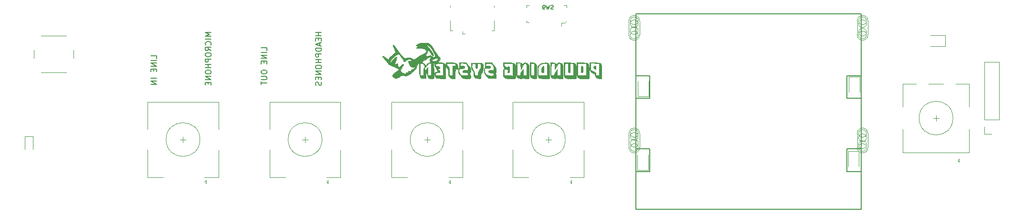
<source format=gbr>
%TF.GenerationSoftware,KiCad,Pcbnew,(5.1.8-0-10_14)*%
%TF.CreationDate,2021-02-06T10:55:23+01:00*%
%TF.ProjectId,PoundingSystem,506f756e-6469-46e6-9753-797374656d2e,rev?*%
%TF.SameCoordinates,Original*%
%TF.FileFunction,Legend,Bot*%
%TF.FilePolarity,Positive*%
%FSLAX46Y46*%
G04 Gerber Fmt 4.6, Leading zero omitted, Abs format (unit mm)*
G04 Created by KiCad (PCBNEW (5.1.8-0-10_14)) date 2021-02-06 10:55:23*
%MOMM*%
%LPD*%
G01*
G04 APERTURE LIST*
%ADD10C,0.010000*%
%ADD11C,0.120000*%
%ADD12C,0.100000*%
%ADD13C,0.150000*%
G04 APERTURE END LIST*
D10*
%TO.C,G\u002A\u002A\u002A*%
G36*
X143282000Y-84959030D02*
G01*
X143285515Y-85302663D01*
X143305336Y-85524945D01*
X143355378Y-85673844D01*
X143449559Y-85797325D01*
X143554883Y-85899638D01*
X143771081Y-86077395D01*
X143974300Y-86206928D01*
X144020550Y-86227845D01*
X144170454Y-86344048D01*
X144213334Y-86461153D01*
X144263812Y-86639107D01*
X144382369Y-86836057D01*
X144537890Y-86979772D01*
X144752785Y-87054664D01*
X144975088Y-87080308D01*
X145398772Y-87109666D01*
X145398750Y-86559333D01*
X144980393Y-86559333D01*
X144681530Y-86559333D01*
X144481204Y-86545278D01*
X144398596Y-86474931D01*
X144382667Y-86311767D01*
X144362810Y-86162326D01*
X144279584Y-86045181D01*
X144097510Y-85923506D01*
X143917000Y-85828413D01*
X143451334Y-85592624D01*
X143451334Y-84351407D01*
X144933000Y-84400333D01*
X144956697Y-85479833D01*
X144980393Y-86559333D01*
X145398750Y-86559333D01*
X145398720Y-85860833D01*
X145396870Y-85306668D01*
X145379739Y-84899257D01*
X145329875Y-84616034D01*
X145229828Y-84434434D01*
X145062145Y-84331890D01*
X144809376Y-84285838D01*
X144454067Y-84273711D01*
X144171000Y-84273333D01*
X143282000Y-84273333D01*
X143282000Y-84959030D01*
G37*
X143282000Y-84959030D02*
X143285515Y-85302663D01*
X143305336Y-85524945D01*
X143355378Y-85673844D01*
X143449559Y-85797325D01*
X143554883Y-85899638D01*
X143771081Y-86077395D01*
X143974300Y-86206928D01*
X144020550Y-86227845D01*
X144170454Y-86344048D01*
X144213334Y-86461153D01*
X144263812Y-86639107D01*
X144382369Y-86836057D01*
X144537890Y-86979772D01*
X144752785Y-87054664D01*
X144975088Y-87080308D01*
X145398772Y-87109666D01*
X145398750Y-86559333D01*
X144980393Y-86559333D01*
X144681530Y-86559333D01*
X144481204Y-86545278D01*
X144398596Y-86474931D01*
X144382667Y-86311767D01*
X144362810Y-86162326D01*
X144279584Y-86045181D01*
X144097510Y-85923506D01*
X143917000Y-85828413D01*
X143451334Y-85592624D01*
X143451334Y-84351407D01*
X144933000Y-84400333D01*
X144956697Y-85479833D01*
X144980393Y-86559333D01*
X145398750Y-86559333D01*
X145398720Y-85860833D01*
X145396870Y-85306668D01*
X145379739Y-84899257D01*
X145329875Y-84616034D01*
X145229828Y-84434434D01*
X145062145Y-84331890D01*
X144809376Y-84285838D01*
X144454067Y-84273711D01*
X144171000Y-84273333D01*
X143282000Y-84273333D01*
X143282000Y-84959030D01*
G36*
X140996000Y-85453945D02*
G01*
X140997555Y-85925898D01*
X141005245Y-86260301D01*
X141023611Y-86488929D01*
X141057195Y-86643557D01*
X141110537Y-86755960D01*
X141188177Y-86857914D01*
X141198324Y-86869772D01*
X141297640Y-86976114D01*
X141400541Y-87044468D01*
X141545208Y-87083351D01*
X141769823Y-87101282D01*
X142112568Y-87106776D01*
X142263238Y-87107326D01*
X142627082Y-87105055D01*
X142922535Y-87097067D01*
X143112098Y-87084736D01*
X143161581Y-87074388D01*
X143184641Y-86968278D01*
X143197533Y-86731923D01*
X143201204Y-86404051D01*
X143196599Y-86023385D01*
X143184664Y-85628651D01*
X143166346Y-85258573D01*
X143142590Y-84951876D01*
X143114343Y-84747286D01*
X143103762Y-84707513D01*
X142993782Y-84495860D01*
X142941577Y-84442666D01*
X142689334Y-84442666D01*
X142689334Y-86559333D01*
X141165334Y-86559333D01*
X141165334Y-84442666D01*
X142689334Y-84442666D01*
X142941577Y-84442666D01*
X142858362Y-84357877D01*
X142855328Y-84356212D01*
X142707414Y-84320869D01*
X142435106Y-84293034D01*
X142083299Y-84276400D01*
X141848233Y-84273333D01*
X140996000Y-84273333D01*
X140996000Y-85453945D01*
G37*
X140996000Y-85453945D02*
X140997555Y-85925898D01*
X141005245Y-86260301D01*
X141023611Y-86488929D01*
X141057195Y-86643557D01*
X141110537Y-86755960D01*
X141188177Y-86857914D01*
X141198324Y-86869772D01*
X141297640Y-86976114D01*
X141400541Y-87044468D01*
X141545208Y-87083351D01*
X141769823Y-87101282D01*
X142112568Y-87106776D01*
X142263238Y-87107326D01*
X142627082Y-87105055D01*
X142922535Y-87097067D01*
X143112098Y-87084736D01*
X143161581Y-87074388D01*
X143184641Y-86968278D01*
X143197533Y-86731923D01*
X143201204Y-86404051D01*
X143196599Y-86023385D01*
X143184664Y-85628651D01*
X143166346Y-85258573D01*
X143142590Y-84951876D01*
X143114343Y-84747286D01*
X143103762Y-84707513D01*
X142993782Y-84495860D01*
X142941577Y-84442666D01*
X142689334Y-84442666D01*
X142689334Y-86559333D01*
X141165334Y-86559333D01*
X141165334Y-84442666D01*
X142689334Y-84442666D01*
X142941577Y-84442666D01*
X142858362Y-84357877D01*
X142855328Y-84356212D01*
X142707414Y-84320869D01*
X142435106Y-84293034D01*
X142083299Y-84276400D01*
X141848233Y-84273333D01*
X140996000Y-84273333D01*
X140996000Y-85453945D01*
G36*
X138710000Y-85504276D02*
G01*
X138711941Y-85989490D01*
X138720145Y-86334815D01*
X138738188Y-86569673D01*
X138769644Y-86723487D01*
X138818088Y-86825679D01*
X138879334Y-86898000D01*
X139039215Y-87025047D01*
X139154500Y-87073112D01*
X139440122Y-87084412D01*
X139780816Y-87091627D01*
X140134837Y-87094725D01*
X140460440Y-87093676D01*
X140715882Y-87088449D01*
X140859419Y-87079011D01*
X140875867Y-87074388D01*
X140889160Y-86981209D01*
X140900184Y-86751656D01*
X140907899Y-86418685D01*
X140911268Y-86015252D01*
X140911334Y-85948351D01*
X140900074Y-85369579D01*
X140863034Y-84939086D01*
X140795325Y-84637111D01*
X140701675Y-84461885D01*
X140403334Y-84461885D01*
X140403334Y-86559333D01*
X138879334Y-86559333D01*
X138879334Y-84461885D01*
X139133816Y-84424535D01*
X139326251Y-84410457D01*
X139430149Y-84429037D01*
X139448376Y-84526639D01*
X139462587Y-84753798D01*
X139470781Y-85070751D01*
X139472000Y-85261111D01*
X139474643Y-85631046D01*
X139487098Y-85863353D01*
X139516151Y-85989707D01*
X139568592Y-86041786D01*
X139641334Y-86051333D01*
X139720606Y-86038999D01*
X139770386Y-85980879D01*
X139797462Y-85845296D01*
X139808621Y-85600574D01*
X139810667Y-85261111D01*
X139814871Y-84912748D01*
X139826149Y-84633150D01*
X139842501Y-84462081D01*
X139852519Y-84429037D01*
X139957245Y-84410445D01*
X140148852Y-84424535D01*
X140403334Y-84461885D01*
X140701675Y-84461885D01*
X140692059Y-84443893D01*
X140548347Y-84339671D01*
X140510096Y-84326512D01*
X140363820Y-84307541D01*
X140093790Y-84292407D01*
X139745578Y-84283216D01*
X139535500Y-84281455D01*
X138710000Y-84279886D01*
X138710000Y-85504276D01*
G37*
X138710000Y-85504276D02*
X138711941Y-85989490D01*
X138720145Y-86334815D01*
X138738188Y-86569673D01*
X138769644Y-86723487D01*
X138818088Y-86825679D01*
X138879334Y-86898000D01*
X139039215Y-87025047D01*
X139154500Y-87073112D01*
X139440122Y-87084412D01*
X139780816Y-87091627D01*
X140134837Y-87094725D01*
X140460440Y-87093676D01*
X140715882Y-87088449D01*
X140859419Y-87079011D01*
X140875867Y-87074388D01*
X140889160Y-86981209D01*
X140900184Y-86751656D01*
X140907899Y-86418685D01*
X140911268Y-86015252D01*
X140911334Y-85948351D01*
X140900074Y-85369579D01*
X140863034Y-84939086D01*
X140795325Y-84637111D01*
X140701675Y-84461885D01*
X140403334Y-84461885D01*
X140403334Y-86559333D01*
X138879334Y-86559333D01*
X138879334Y-84461885D01*
X139133816Y-84424535D01*
X139326251Y-84410457D01*
X139430149Y-84429037D01*
X139448376Y-84526639D01*
X139462587Y-84753798D01*
X139470781Y-85070751D01*
X139472000Y-85261111D01*
X139474643Y-85631046D01*
X139487098Y-85863353D01*
X139516151Y-85989707D01*
X139568592Y-86041786D01*
X139641334Y-86051333D01*
X139720606Y-86038999D01*
X139770386Y-85980879D01*
X139797462Y-85845296D01*
X139808621Y-85600574D01*
X139810667Y-85261111D01*
X139814871Y-84912748D01*
X139826149Y-84633150D01*
X139842501Y-84462081D01*
X139852519Y-84429037D01*
X139957245Y-84410445D01*
X140148852Y-84424535D01*
X140403334Y-84461885D01*
X140701675Y-84461885D01*
X140692059Y-84443893D01*
X140548347Y-84339671D01*
X140510096Y-84326512D01*
X140363820Y-84307541D01*
X140093790Y-84292407D01*
X139745578Y-84283216D01*
X139535500Y-84281455D01*
X138710000Y-84279886D01*
X138710000Y-85504276D01*
G36*
X137659980Y-84322905D02*
G01*
X137520408Y-84450625D01*
X137425524Y-84627917D01*
X137236805Y-84450625D01*
X136977802Y-84307268D01*
X136693710Y-84273333D01*
X136339334Y-84273333D01*
X136339334Y-85530211D01*
X136343541Y-86079875D01*
X136363272Y-86482695D01*
X136409194Y-86761092D01*
X136491970Y-86937485D01*
X136622266Y-87034294D01*
X136810749Y-87073939D01*
X137068082Y-87078841D01*
X137075963Y-87078703D01*
X137383500Y-87074053D01*
X137608937Y-87074425D01*
X137837046Y-87081090D01*
X138138500Y-87094652D01*
X138540667Y-87113761D01*
X138540667Y-85862880D01*
X138539288Y-85498342D01*
X138117334Y-85498342D01*
X138117334Y-86559333D01*
X137524667Y-86559333D01*
X137524667Y-85419358D01*
X137311274Y-85733394D01*
X137163882Y-85991755D01*
X137061202Y-86245985D01*
X137046691Y-86303382D01*
X136988788Y-86479437D01*
X136871786Y-86548998D01*
X136707221Y-86559333D01*
X136418941Y-86559333D01*
X136442638Y-85485489D01*
X136466334Y-84411644D01*
X136762667Y-84412039D01*
X137059000Y-84412433D01*
X137068066Y-84895227D01*
X137079480Y-85164207D01*
X137099527Y-85356306D01*
X137117209Y-85418097D01*
X137171255Y-85371162D01*
X137268990Y-85208129D01*
X137355429Y-85035129D01*
X137565593Y-84654984D01*
X137764007Y-84434235D01*
X137946866Y-84376785D01*
X137987180Y-84387407D01*
X138042728Y-84435840D01*
X138080383Y-84548665D01*
X138103277Y-84752619D01*
X138114545Y-85074441D01*
X138117334Y-85498342D01*
X138539288Y-85498342D01*
X138538809Y-85371998D01*
X138530928Y-85021400D01*
X138513562Y-84782058D01*
X138483250Y-84624944D01*
X138436531Y-84521027D01*
X138371334Y-84442666D01*
X138151793Y-84309776D01*
X137893951Y-84270049D01*
X137659980Y-84322905D01*
G37*
X137659980Y-84322905D02*
X137520408Y-84450625D01*
X137425524Y-84627917D01*
X137236805Y-84450625D01*
X136977802Y-84307268D01*
X136693710Y-84273333D01*
X136339334Y-84273333D01*
X136339334Y-85530211D01*
X136343541Y-86079875D01*
X136363272Y-86482695D01*
X136409194Y-86761092D01*
X136491970Y-86937485D01*
X136622266Y-87034294D01*
X136810749Y-87073939D01*
X137068082Y-87078841D01*
X137075963Y-87078703D01*
X137383500Y-87074053D01*
X137608937Y-87074425D01*
X137837046Y-87081090D01*
X138138500Y-87094652D01*
X138540667Y-87113761D01*
X138540667Y-85862880D01*
X138539288Y-85498342D01*
X138117334Y-85498342D01*
X138117334Y-86559333D01*
X137524667Y-86559333D01*
X137524667Y-85419358D01*
X137311274Y-85733394D01*
X137163882Y-85991755D01*
X137061202Y-86245985D01*
X137046691Y-86303382D01*
X136988788Y-86479437D01*
X136871786Y-86548998D01*
X136707221Y-86559333D01*
X136418941Y-86559333D01*
X136442638Y-85485489D01*
X136466334Y-84411644D01*
X136762667Y-84412039D01*
X137059000Y-84412433D01*
X137068066Y-84895227D01*
X137079480Y-85164207D01*
X137099527Y-85356306D01*
X137117209Y-85418097D01*
X137171255Y-85371162D01*
X137268990Y-85208129D01*
X137355429Y-85035129D01*
X137565593Y-84654984D01*
X137764007Y-84434235D01*
X137946866Y-84376785D01*
X137987180Y-84387407D01*
X138042728Y-84435840D01*
X138080383Y-84548665D01*
X138103277Y-84752619D01*
X138114545Y-85074441D01*
X138117334Y-85498342D01*
X138539288Y-85498342D01*
X138538809Y-85371998D01*
X138530928Y-85021400D01*
X138513562Y-84782058D01*
X138483250Y-84624944D01*
X138436531Y-84521027D01*
X138371334Y-84442666D01*
X138151793Y-84309776D01*
X137893951Y-84270049D01*
X137659980Y-84322905D01*
G36*
X135198435Y-84288515D02*
G01*
X134881597Y-84317487D01*
X134670415Y-84371367D01*
X134501210Y-84475268D01*
X134335730Y-84628759D01*
X134031016Y-84933473D01*
X134043329Y-85851039D01*
X134054495Y-86327517D01*
X134089772Y-86660886D01*
X134174248Y-86877365D01*
X134333007Y-87003175D01*
X134591135Y-87064538D01*
X134973720Y-87087672D01*
X135231862Y-87093331D01*
X135596729Y-87096909D01*
X135893238Y-87093613D01*
X136084068Y-87084225D01*
X136134846Y-87074388D01*
X136147453Y-86981586D01*
X136158056Y-86750769D01*
X136162428Y-86559333D01*
X135751726Y-86559333D01*
X134138000Y-86559333D01*
X134138000Y-85803829D01*
X134142389Y-85432347D01*
X134162101Y-85184395D01*
X134206956Y-85014262D01*
X134286772Y-84876232D01*
X134355907Y-84789358D01*
X134662739Y-84542831D01*
X135054152Y-84395329D01*
X135451864Y-84371648D01*
X135704334Y-84400333D01*
X135751726Y-86559333D01*
X136162428Y-86559333D01*
X136165765Y-86413256D01*
X136169687Y-86000362D01*
X136170000Y-85840314D01*
X136168764Y-85366346D01*
X136162049Y-85031322D01*
X136145344Y-84804857D01*
X136114139Y-84656564D01*
X136063923Y-84556056D01*
X135990185Y-84472947D01*
X135963214Y-84447251D01*
X135829157Y-84341612D01*
X135679382Y-84288408D01*
X135459370Y-84276325D01*
X135198435Y-84288515D01*
G37*
X135198435Y-84288515D02*
X134881597Y-84317487D01*
X134670415Y-84371367D01*
X134501210Y-84475268D01*
X134335730Y-84628759D01*
X134031016Y-84933473D01*
X134043329Y-85851039D01*
X134054495Y-86327517D01*
X134089772Y-86660886D01*
X134174248Y-86877365D01*
X134333007Y-87003175D01*
X134591135Y-87064538D01*
X134973720Y-87087672D01*
X135231862Y-87093331D01*
X135596729Y-87096909D01*
X135893238Y-87093613D01*
X136084068Y-87084225D01*
X136134846Y-87074388D01*
X136147453Y-86981586D01*
X136158056Y-86750769D01*
X136162428Y-86559333D01*
X135751726Y-86559333D01*
X134138000Y-86559333D01*
X134138000Y-85803829D01*
X134142389Y-85432347D01*
X134162101Y-85184395D01*
X134206956Y-85014262D01*
X134286772Y-84876232D01*
X134355907Y-84789358D01*
X134662739Y-84542831D01*
X135054152Y-84395329D01*
X135451864Y-84371648D01*
X135704334Y-84400333D01*
X135751726Y-86559333D01*
X136162428Y-86559333D01*
X136165765Y-86413256D01*
X136169687Y-86000362D01*
X136170000Y-85840314D01*
X136168764Y-85366346D01*
X136162049Y-85031322D01*
X136145344Y-84804857D01*
X136114139Y-84656564D01*
X136063923Y-84556056D01*
X135990185Y-84472947D01*
X135963214Y-84447251D01*
X135829157Y-84341612D01*
X135679382Y-84288408D01*
X135459370Y-84276325D01*
X135198435Y-84288515D01*
G36*
X132698667Y-85501000D02*
G01*
X132700597Y-85986917D01*
X132708760Y-86332896D01*
X132726717Y-86568309D01*
X132758028Y-86722528D01*
X132806253Y-86824927D01*
X132868000Y-86898000D01*
X133028131Y-87026583D01*
X133143167Y-87077313D01*
X133419712Y-87095239D01*
X133664848Y-87097604D01*
X133822113Y-87084643D01*
X133848687Y-87074388D01*
X133861470Y-86981507D01*
X133872191Y-86750952D01*
X133879926Y-86414377D01*
X133883753Y-86003440D01*
X133884000Y-85864040D01*
X133882665Y-85395064D01*
X133875541Y-85064292D01*
X133857950Y-84840600D01*
X133825216Y-84692862D01*
X133772660Y-84589953D01*
X133695605Y-84500748D01*
X133676182Y-84481151D01*
X133623428Y-84442666D01*
X133460667Y-84442666D01*
X133460667Y-86559333D01*
X132868000Y-86559333D01*
X132868000Y-84442666D01*
X133460667Y-84442666D01*
X133623428Y-84442666D01*
X133477153Y-84335956D01*
X133224700Y-84278058D01*
X133083516Y-84273333D01*
X132698667Y-84273333D01*
X132698667Y-85501000D01*
G37*
X132698667Y-85501000D02*
X132700597Y-85986917D01*
X132708760Y-86332896D01*
X132726717Y-86568309D01*
X132758028Y-86722528D01*
X132806253Y-86824927D01*
X132868000Y-86898000D01*
X133028131Y-87026583D01*
X133143167Y-87077313D01*
X133419712Y-87095239D01*
X133664848Y-87097604D01*
X133822113Y-87084643D01*
X133848687Y-87074388D01*
X133861470Y-86981507D01*
X133872191Y-86750952D01*
X133879926Y-86414377D01*
X133883753Y-86003440D01*
X133884000Y-85864040D01*
X133882665Y-85395064D01*
X133875541Y-85064292D01*
X133857950Y-84840600D01*
X133825216Y-84692862D01*
X133772660Y-84589953D01*
X133695605Y-84500748D01*
X133676182Y-84481151D01*
X133623428Y-84442666D01*
X133460667Y-84442666D01*
X133460667Y-86559333D01*
X132868000Y-86559333D01*
X132868000Y-84442666D01*
X133460667Y-84442666D01*
X133623428Y-84442666D01*
X133477153Y-84335956D01*
X133224700Y-84278058D01*
X133083516Y-84273333D01*
X132698667Y-84273333D01*
X132698667Y-85501000D01*
G36*
X130243334Y-85453945D02*
G01*
X130245042Y-85926994D01*
X130253071Y-86262309D01*
X130271776Y-86491477D01*
X130305513Y-86646084D01*
X130358637Y-86757718D01*
X130435505Y-86857967D01*
X130437216Y-86859958D01*
X130700733Y-87045067D01*
X131042702Y-87113034D01*
X131410197Y-87053556D01*
X131417799Y-87050869D01*
X131630686Y-87026410D01*
X131723833Y-87066364D01*
X131860135Y-87110775D01*
X132081146Y-87129910D01*
X132310281Y-87122972D01*
X132470953Y-87089161D01*
X132493633Y-87074388D01*
X132506556Y-86981507D01*
X132517395Y-86750952D01*
X132525215Y-86414378D01*
X132529083Y-86003440D01*
X132529334Y-85864040D01*
X132528315Y-85505996D01*
X132106000Y-85505996D01*
X132106000Y-86559333D01*
X131521071Y-86559333D01*
X131496036Y-85987833D01*
X131471000Y-85416333D01*
X131238167Y-85804771D01*
X131104643Y-86060850D01*
X131020418Y-86286448D01*
X131005334Y-86376271D01*
X130976756Y-86501355D01*
X130859515Y-86552228D01*
X130709000Y-86559333D01*
X130412667Y-86559333D01*
X130412667Y-84358000D01*
X130997597Y-84358000D01*
X131047667Y-85501000D01*
X131342708Y-84971230D01*
X131571129Y-84612648D01*
X131770147Y-84414102D01*
X131946233Y-84370138D01*
X132020576Y-84399865D01*
X132055901Y-84503777D01*
X132083304Y-84749628D01*
X132100679Y-85110123D01*
X132106000Y-85505996D01*
X132528315Y-85505996D01*
X132527999Y-85395064D01*
X132520874Y-85064292D01*
X132503284Y-84840600D01*
X132470549Y-84692862D01*
X132417993Y-84589953D01*
X132340939Y-84500748D01*
X132321516Y-84481151D01*
X132074673Y-84319271D01*
X131809600Y-84275592D01*
X131578971Y-84352545D01*
X131488965Y-84442712D01*
X131370327Y-84612090D01*
X131217042Y-84442712D01*
X131048137Y-84325518D01*
X130790044Y-84277046D01*
X130653545Y-84273333D01*
X130243334Y-84273333D01*
X130243334Y-85453945D01*
G37*
X130243334Y-85453945D02*
X130245042Y-85926994D01*
X130253071Y-86262309D01*
X130271776Y-86491477D01*
X130305513Y-86646084D01*
X130358637Y-86757718D01*
X130435505Y-86857967D01*
X130437216Y-86859958D01*
X130700733Y-87045067D01*
X131042702Y-87113034D01*
X131410197Y-87053556D01*
X131417799Y-87050869D01*
X131630686Y-87026410D01*
X131723833Y-87066364D01*
X131860135Y-87110775D01*
X132081146Y-87129910D01*
X132310281Y-87122972D01*
X132470953Y-87089161D01*
X132493633Y-87074388D01*
X132506556Y-86981507D01*
X132517395Y-86750952D01*
X132525215Y-86414378D01*
X132529083Y-86003440D01*
X132529334Y-85864040D01*
X132528315Y-85505996D01*
X132106000Y-85505996D01*
X132106000Y-86559333D01*
X131521071Y-86559333D01*
X131496036Y-85987833D01*
X131471000Y-85416333D01*
X131238167Y-85804771D01*
X131104643Y-86060850D01*
X131020418Y-86286448D01*
X131005334Y-86376271D01*
X130976756Y-86501355D01*
X130859515Y-86552228D01*
X130709000Y-86559333D01*
X130412667Y-86559333D01*
X130412667Y-84358000D01*
X130997597Y-84358000D01*
X131047667Y-85501000D01*
X131342708Y-84971230D01*
X131571129Y-84612648D01*
X131770147Y-84414102D01*
X131946233Y-84370138D01*
X132020576Y-84399865D01*
X132055901Y-84503777D01*
X132083304Y-84749628D01*
X132100679Y-85110123D01*
X132106000Y-85505996D01*
X132528315Y-85505996D01*
X132527999Y-85395064D01*
X132520874Y-85064292D01*
X132503284Y-84840600D01*
X132470549Y-84692862D01*
X132417993Y-84589953D01*
X132340939Y-84500748D01*
X132321516Y-84481151D01*
X132074673Y-84319271D01*
X131809600Y-84275592D01*
X131578971Y-84352545D01*
X131488965Y-84442712D01*
X131370327Y-84612090D01*
X131217042Y-84442712D01*
X131048137Y-84325518D01*
X130790044Y-84277046D01*
X130653545Y-84273333D01*
X130243334Y-84273333D01*
X130243334Y-85453945D01*
G36*
X127957334Y-84593161D02*
G01*
X127990557Y-84856588D01*
X128071688Y-85074933D01*
X128083117Y-85092569D01*
X128163479Y-85229976D01*
X128134975Y-85296538D01*
X128083117Y-85320417D01*
X128016671Y-85387737D01*
X127977230Y-85547040D01*
X127959607Y-85828368D01*
X127957334Y-86048676D01*
X127964352Y-86408807D01*
X127991182Y-86643433D01*
X128046489Y-86796013D01*
X128126667Y-86898000D01*
X128303314Y-87028122D01*
X128444167Y-87077742D01*
X128691892Y-87089226D01*
X129014166Y-87096404D01*
X129359792Y-87099128D01*
X129677568Y-87097250D01*
X129916297Y-87090622D01*
X130013497Y-87082291D01*
X130071515Y-87054811D01*
X130111820Y-86980574D01*
X130137542Y-86833465D01*
X130151815Y-86587371D01*
X130157770Y-86216176D01*
X130158667Y-85871943D01*
X130157355Y-85401210D01*
X130150331Y-85068823D01*
X130132965Y-84843797D01*
X130100628Y-84695149D01*
X130048691Y-84591893D01*
X129972522Y-84503046D01*
X129950849Y-84481151D01*
X129907612Y-84442666D01*
X129650667Y-84442666D01*
X129650667Y-86655410D01*
X129460167Y-86593638D01*
X129278288Y-86563010D01*
X128992435Y-86544258D01*
X128698167Y-86541272D01*
X128126667Y-86550678D01*
X128126667Y-85458666D01*
X128465334Y-85458666D01*
X128710105Y-85489691D01*
X128806320Y-85594368D01*
X128764166Y-85790104D01*
X128716355Y-85887566D01*
X128674929Y-86007780D01*
X128756585Y-86048427D01*
X128843355Y-86051333D01*
X128958721Y-86042040D01*
X129022976Y-85988647D01*
X129051048Y-85852877D01*
X129057867Y-85596456D01*
X129058000Y-85501000D01*
X129052367Y-85202387D01*
X129028181Y-85035872D01*
X128974513Y-84964392D01*
X128895723Y-84950666D01*
X128747156Y-84990042D01*
X128704334Y-85037998D01*
X128610261Y-85080028D01*
X128400946Y-85029715D01*
X128207021Y-84933240D01*
X128133431Y-84792127D01*
X128126667Y-84688384D01*
X128126667Y-84442666D01*
X129650667Y-84442666D01*
X129907612Y-84442666D01*
X129846124Y-84387937D01*
X129730907Y-84327691D01*
X129567411Y-84293276D01*
X129317848Y-84277559D01*
X128944432Y-84273404D01*
X128850182Y-84273333D01*
X127957334Y-84273333D01*
X127957334Y-84593161D01*
G37*
X127957334Y-84593161D02*
X127990557Y-84856588D01*
X128071688Y-85074933D01*
X128083117Y-85092569D01*
X128163479Y-85229976D01*
X128134975Y-85296538D01*
X128083117Y-85320417D01*
X128016671Y-85387737D01*
X127977230Y-85547040D01*
X127959607Y-85828368D01*
X127957334Y-86048676D01*
X127964352Y-86408807D01*
X127991182Y-86643433D01*
X128046489Y-86796013D01*
X128126667Y-86898000D01*
X128303314Y-87028122D01*
X128444167Y-87077742D01*
X128691892Y-87089226D01*
X129014166Y-87096404D01*
X129359792Y-87099128D01*
X129677568Y-87097250D01*
X129916297Y-87090622D01*
X130013497Y-87082291D01*
X130071515Y-87054811D01*
X130111820Y-86980574D01*
X130137542Y-86833465D01*
X130151815Y-86587371D01*
X130157770Y-86216176D01*
X130158667Y-85871943D01*
X130157355Y-85401210D01*
X130150331Y-85068823D01*
X130132965Y-84843797D01*
X130100628Y-84695149D01*
X130048691Y-84591893D01*
X129972522Y-84503046D01*
X129950849Y-84481151D01*
X129907612Y-84442666D01*
X129650667Y-84442666D01*
X129650667Y-86655410D01*
X129460167Y-86593638D01*
X129278288Y-86563010D01*
X128992435Y-86544258D01*
X128698167Y-86541272D01*
X128126667Y-86550678D01*
X128126667Y-85458666D01*
X128465334Y-85458666D01*
X128710105Y-85489691D01*
X128806320Y-85594368D01*
X128764166Y-85790104D01*
X128716355Y-85887566D01*
X128674929Y-86007780D01*
X128756585Y-86048427D01*
X128843355Y-86051333D01*
X128958721Y-86042040D01*
X129022976Y-85988647D01*
X129051048Y-85852877D01*
X129057867Y-85596456D01*
X129058000Y-85501000D01*
X129052367Y-85202387D01*
X129028181Y-85035872D01*
X128974513Y-84964392D01*
X128895723Y-84950666D01*
X128747156Y-84990042D01*
X128704334Y-85037998D01*
X128610261Y-85080028D01*
X128400946Y-85029715D01*
X128207021Y-84933240D01*
X128133431Y-84792127D01*
X128126667Y-84688384D01*
X128126667Y-84442666D01*
X129650667Y-84442666D01*
X129907612Y-84442666D01*
X129846124Y-84387937D01*
X129730907Y-84327691D01*
X129567411Y-84293276D01*
X129317848Y-84277559D01*
X128944432Y-84273404D01*
X128850182Y-84273333D01*
X127957334Y-84273333D01*
X127957334Y-84593161D01*
G36*
X122284667Y-84814273D02*
G01*
X122299514Y-85150048D01*
X122356011Y-85387113D01*
X122472095Y-85594424D01*
X122496334Y-85628000D01*
X122677603Y-86001676D01*
X122709249Y-86258282D01*
X122740464Y-86627993D01*
X122848265Y-86866070D01*
X123058739Y-87002509D01*
X123397974Y-87067306D01*
X123414192Y-87068796D01*
X123683948Y-87086555D01*
X123877010Y-87087397D01*
X123941260Y-87075851D01*
X123963593Y-86976284D01*
X123976625Y-86768776D01*
X123978000Y-86666573D01*
X124030789Y-86304950D01*
X124195922Y-86008325D01*
X124321108Y-85813034D01*
X124389623Y-85602156D01*
X124418293Y-85312285D01*
X124422455Y-85154725D01*
X124416612Y-84863967D01*
X123978000Y-84863967D01*
X123947870Y-85178078D01*
X123833904Y-85434493D01*
X123724000Y-85585666D01*
X123533623Y-85893742D01*
X123470391Y-86202377D01*
X123470000Y-86232308D01*
X123459833Y-86444292D01*
X123400489Y-86536628D01*
X123248710Y-86558900D01*
X123184678Y-86559333D01*
X123009132Y-86548789D01*
X122918848Y-86486868D01*
X122875147Y-86328138D01*
X122855818Y-86173061D01*
X122791595Y-85889963D01*
X122683808Y-85653323D01*
X122644827Y-85601561D01*
X122451239Y-85272864D01*
X122403003Y-84869062D01*
X122422009Y-84693429D01*
X122466815Y-84495493D01*
X122551422Y-84420919D01*
X122732857Y-84424615D01*
X122758288Y-84427526D01*
X122930411Y-84456276D01*
X123015296Y-84521666D01*
X123043776Y-84671568D01*
X123046667Y-84875263D01*
X123055995Y-85125774D01*
X123095413Y-85249383D01*
X123182070Y-85288026D01*
X123216000Y-85289333D01*
X123318918Y-85266238D01*
X123369406Y-85168881D01*
X123384890Y-84955155D01*
X123385334Y-84880111D01*
X123393282Y-84632947D01*
X123413491Y-84465364D01*
X123427185Y-84429037D01*
X123531911Y-84410445D01*
X123723519Y-84424535D01*
X123877428Y-84459287D01*
X123952142Y-84536719D01*
X123976122Y-84705978D01*
X123978000Y-84863967D01*
X124416612Y-84863967D01*
X124415729Y-84820080D01*
X124367292Y-84584303D01*
X124252489Y-84430280D01*
X124046666Y-84340897D01*
X123725167Y-84299040D01*
X123263339Y-84287596D01*
X123173001Y-84287444D01*
X122284667Y-84287444D01*
X122284667Y-84814273D01*
G37*
X122284667Y-84814273D02*
X122299514Y-85150048D01*
X122356011Y-85387113D01*
X122472095Y-85594424D01*
X122496334Y-85628000D01*
X122677603Y-86001676D01*
X122709249Y-86258282D01*
X122740464Y-86627993D01*
X122848265Y-86866070D01*
X123058739Y-87002509D01*
X123397974Y-87067306D01*
X123414192Y-87068796D01*
X123683948Y-87086555D01*
X123877010Y-87087397D01*
X123941260Y-87075851D01*
X123963593Y-86976284D01*
X123976625Y-86768776D01*
X123978000Y-86666573D01*
X124030789Y-86304950D01*
X124195922Y-86008325D01*
X124321108Y-85813034D01*
X124389623Y-85602156D01*
X124418293Y-85312285D01*
X124422455Y-85154725D01*
X124416612Y-84863967D01*
X123978000Y-84863967D01*
X123947870Y-85178078D01*
X123833904Y-85434493D01*
X123724000Y-85585666D01*
X123533623Y-85893742D01*
X123470391Y-86202377D01*
X123470000Y-86232308D01*
X123459833Y-86444292D01*
X123400489Y-86536628D01*
X123248710Y-86558900D01*
X123184678Y-86559333D01*
X123009132Y-86548789D01*
X122918848Y-86486868D01*
X122875147Y-86328138D01*
X122855818Y-86173061D01*
X122791595Y-85889963D01*
X122683808Y-85653323D01*
X122644827Y-85601561D01*
X122451239Y-85272864D01*
X122403003Y-84869062D01*
X122422009Y-84693429D01*
X122466815Y-84495493D01*
X122551422Y-84420919D01*
X122732857Y-84424615D01*
X122758288Y-84427526D01*
X122930411Y-84456276D01*
X123015296Y-84521666D01*
X123043776Y-84671568D01*
X123046667Y-84875263D01*
X123055995Y-85125774D01*
X123095413Y-85249383D01*
X123182070Y-85288026D01*
X123216000Y-85289333D01*
X123318918Y-85266238D01*
X123369406Y-85168881D01*
X123384890Y-84955155D01*
X123385334Y-84880111D01*
X123393282Y-84632947D01*
X123413491Y-84465364D01*
X123427185Y-84429037D01*
X123531911Y-84410445D01*
X123723519Y-84424535D01*
X123877428Y-84459287D01*
X123952142Y-84536719D01*
X123976122Y-84705978D01*
X123978000Y-84863967D01*
X124416612Y-84863967D01*
X124415729Y-84820080D01*
X124367292Y-84584303D01*
X124252489Y-84430280D01*
X124046666Y-84340897D01*
X123725167Y-84299040D01*
X123263339Y-84287596D01*
X123173001Y-84287444D01*
X122284667Y-84287444D01*
X122284667Y-84814273D01*
G36*
X113302782Y-80793949D02*
G01*
X112909851Y-80906081D01*
X112834764Y-80939856D01*
X112590475Y-81086416D01*
X112487100Y-81206846D01*
X112529970Y-81287433D01*
X112689112Y-81314440D01*
X112929000Y-81318881D01*
X112738500Y-81451767D01*
X112573019Y-81595780D01*
X112567701Y-81685088D01*
X112722418Y-81719578D01*
X113020042Y-81701168D01*
X113458710Y-81688570D01*
X113837265Y-81751679D01*
X114120224Y-81880751D01*
X114262518Y-82042348D01*
X114289355Y-82276617D01*
X114153324Y-82509352D01*
X113852114Y-82743271D01*
X113514538Y-82921999D01*
X113157062Y-83098560D01*
X112790179Y-83294579D01*
X112541317Y-83438823D01*
X112123050Y-83696186D01*
X111656351Y-83502750D01*
X111372489Y-83395414D01*
X111175835Y-83357183D01*
X111002779Y-83380178D01*
X110910315Y-83410323D01*
X110703097Y-83478457D01*
X110567472Y-83510895D01*
X110559609Y-83511333D01*
X110450900Y-83449739D01*
X110265284Y-83285234D01*
X110030249Y-83048228D01*
X109773283Y-82769134D01*
X109521876Y-82478364D01*
X109303515Y-82206329D01*
X109145689Y-81983442D01*
X109092503Y-81888197D01*
X108931901Y-81599279D01*
X108737723Y-81330515D01*
X108684047Y-81270386D01*
X108514842Y-81125451D01*
X108427061Y-81124215D01*
X108421453Y-81261494D01*
X108498767Y-81532105D01*
X108606404Y-81807079D01*
X108717937Y-82087977D01*
X108796029Y-82315037D01*
X108822667Y-82431195D01*
X108754317Y-82537313D01*
X108583735Y-82667495D01*
X108516925Y-82706145D01*
X108286662Y-82870103D01*
X108035162Y-83107602D01*
X107907327Y-83254565D01*
X107733748Y-83473739D01*
X107602577Y-83639262D01*
X107553882Y-83700620D01*
X107468832Y-83683797D01*
X107296026Y-83578312D01*
X107095928Y-83425453D01*
X106870895Y-83248786D01*
X106693809Y-83126630D01*
X106612115Y-83088000D01*
X106534263Y-83139526D01*
X106580442Y-83285307D01*
X106743809Y-83512146D01*
X106948967Y-83737663D01*
X107184000Y-83989829D01*
X107389739Y-84229412D01*
X107511204Y-84389779D01*
X107645342Y-84541164D01*
X107858294Y-84689948D01*
X108174913Y-84849728D01*
X108620050Y-85034104D01*
X108845890Y-85120121D01*
X109194135Y-85261634D01*
X109384263Y-85381598D01*
X109418289Y-85503530D01*
X109298226Y-85650945D01*
X109026090Y-85847362D01*
X108914402Y-85919802D01*
X108560423Y-86171834D01*
X108359752Y-86384159D01*
X108305982Y-86573319D01*
X108392701Y-86755856D01*
X108537752Y-86891854D01*
X108754291Y-87022382D01*
X108971541Y-87049589D01*
X109229949Y-86968877D01*
X109569959Y-86775647D01*
X109572184Y-86774229D01*
X109843448Y-86613808D01*
X110029133Y-86542942D01*
X110176809Y-86546570D01*
X110233863Y-86564730D01*
X110525864Y-86637414D01*
X110804761Y-86610411D01*
X111113466Y-86472981D01*
X111423597Y-86266974D01*
X111791895Y-85983417D01*
X112113830Y-85706379D01*
X112364207Y-85460065D01*
X112517832Y-85268680D01*
X112554292Y-85180677D01*
X112580936Y-85026218D01*
X112330701Y-85026218D01*
X112308562Y-85131413D01*
X112177964Y-85268558D01*
X111984897Y-85400183D01*
X111775348Y-85488815D01*
X111757362Y-85493376D01*
X111598384Y-85547900D01*
X111582374Y-85620620D01*
X111619562Y-85673821D01*
X111659801Y-85751078D01*
X111591404Y-85787587D01*
X111385357Y-85797296D01*
X111362667Y-85797333D01*
X111144188Y-85803929D01*
X111065106Y-85835248D01*
X111095648Y-85908585D01*
X111119467Y-85938612D01*
X111181474Y-86031442D01*
X111129695Y-86053445D01*
X110970496Y-86027395D01*
X110735096Y-86006706D01*
X110639853Y-86061456D01*
X110692550Y-86186975D01*
X110696435Y-86191709D01*
X110730253Y-86283924D01*
X110650278Y-86313908D01*
X110497251Y-86288668D01*
X110311911Y-86215212D01*
X110134997Y-86100546D01*
X110127003Y-86093770D01*
X109955380Y-85957265D01*
X109839829Y-85885366D01*
X109826559Y-85882103D01*
X109737679Y-85819546D01*
X109749259Y-85648206D01*
X109856291Y-85391776D01*
X109971736Y-85195246D01*
X110123844Y-84942923D01*
X110228932Y-84737577D01*
X110262000Y-84636021D01*
X110213389Y-84534848D01*
X110082283Y-84558357D01*
X109890773Y-84698054D01*
X109761060Y-84828602D01*
X109580817Y-85007619D01*
X109460854Y-85067551D01*
X109366456Y-85029901D01*
X109275360Y-84874533D01*
X109246000Y-84700410D01*
X109221446Y-84480243D01*
X109136364Y-84414717D01*
X108973626Y-84494798D01*
X108925404Y-84531292D01*
X108771214Y-84638454D01*
X108685427Y-84671625D01*
X108683302Y-84670190D01*
X108697334Y-84583376D01*
X108759441Y-84376049D01*
X108857861Y-84086104D01*
X108907004Y-83949337D01*
X109025669Y-83617115D01*
X109087905Y-83412435D01*
X109097803Y-83304692D01*
X109059452Y-83263278D01*
X108999488Y-83257333D01*
X108867640Y-83319348D01*
X108667385Y-83485518D01*
X108433888Y-83726032D01*
X108396672Y-83768405D01*
X108187261Y-84002089D01*
X108022490Y-84170917D01*
X107930494Y-84246545D01*
X107921517Y-84247071D01*
X107920803Y-84139322D01*
X108001346Y-83947317D01*
X108136836Y-83717573D01*
X108300958Y-83496611D01*
X108413883Y-83376600D01*
X108731503Y-83104456D01*
X109023989Y-82895338D01*
X109256721Y-82772290D01*
X109356078Y-82749333D01*
X109467009Y-82815875D01*
X109623312Y-82988001D01*
X109749825Y-83166158D01*
X109917187Y-83412189D01*
X110066640Y-83606992D01*
X110139651Y-83684525D01*
X110245687Y-83852433D01*
X110262000Y-83945033D01*
X110315848Y-84076899D01*
X110444336Y-84089878D01*
X110597880Y-83980161D01*
X110605300Y-83971417D01*
X110758471Y-83838192D01*
X110963029Y-83710746D01*
X111181849Y-83629991D01*
X111383408Y-83656551D01*
X111456028Y-83684268D01*
X111626957Y-83775769D01*
X111701236Y-83856551D01*
X111701334Y-83858658D01*
X111629650Y-83933262D01*
X111466523Y-83987730D01*
X111289835Y-84003286D01*
X111198146Y-83979974D01*
X111123712Y-83984836D01*
X111110834Y-84105265D01*
X111153807Y-84301422D01*
X111246927Y-84533472D01*
X111288798Y-84613110D01*
X111522154Y-84928825D01*
X111773419Y-85081939D01*
X112037065Y-85069377D01*
X112078587Y-85052445D01*
X112245479Y-85004788D01*
X112330701Y-85026218D01*
X112580936Y-85026218D01*
X112619187Y-84804474D01*
X112767979Y-84548700D01*
X112823858Y-84496275D01*
X113013667Y-84338217D01*
X113056000Y-85524924D01*
X113080976Y-86072233D01*
X113118662Y-86472835D01*
X113180426Y-86749352D01*
X113277637Y-86924407D01*
X113421662Y-87020620D01*
X113623872Y-87060613D01*
X113831123Y-87067333D01*
X114241334Y-87067333D01*
X114241334Y-86559333D01*
X114252781Y-86291411D01*
X114282536Y-86107336D01*
X114316942Y-86051333D01*
X114413311Y-86127395D01*
X114478533Y-86321981D01*
X114495334Y-86514544D01*
X114570958Y-86794654D01*
X114772679Y-86995828D01*
X115062769Y-87081971D01*
X115089321Y-87082821D01*
X115325556Y-87088058D01*
X115490702Y-87080012D01*
X115596614Y-87033411D01*
X115655148Y-86922984D01*
X115678156Y-86723456D01*
X115677494Y-86409556D01*
X115665015Y-85956011D01*
X115662511Y-85860833D01*
X115648284Y-85458666D01*
X115172667Y-85458666D01*
X115172667Y-86559333D01*
X114580000Y-86559333D01*
X114580000Y-85087101D01*
X114375502Y-85364284D01*
X114171003Y-85641467D01*
X114015668Y-85317233D01*
X113860334Y-84993000D01*
X113835990Y-85776166D01*
X113811646Y-86559333D01*
X113225334Y-86559333D01*
X113225334Y-84383245D01*
X113458167Y-84399703D01*
X113645960Y-84416390D01*
X113759742Y-84458311D01*
X113851512Y-84564599D01*
X113973270Y-84774391D01*
X113985894Y-84796871D01*
X114184968Y-85151077D01*
X114318984Y-84956865D01*
X114587185Y-84618421D01*
X114827607Y-84414897D01*
X114999485Y-84358000D01*
X115070153Y-84366575D01*
X115118430Y-84410317D01*
X115148568Y-84516249D01*
X115164819Y-84711392D01*
X115171434Y-85022770D01*
X115172667Y-85458666D01*
X115648284Y-85458666D01*
X115646744Y-85415163D01*
X115624551Y-85021938D01*
X115598526Y-84716297D01*
X115571261Y-84533381D01*
X115562540Y-84506166D01*
X115542397Y-84386152D01*
X115629275Y-84358000D01*
X115725087Y-84408598D01*
X115763110Y-84581597D01*
X115765334Y-84670867D01*
X115832551Y-85000605D01*
X115975496Y-85203096D01*
X116139038Y-85436335D01*
X116239527Y-85691839D01*
X116240080Y-85694562D01*
X116264883Y-85880336D01*
X116208818Y-85953715D01*
X116031747Y-85966666D01*
X116029917Y-85966666D01*
X115851475Y-85982529D01*
X115778918Y-86064671D01*
X115765334Y-86259016D01*
X115809486Y-86603398D01*
X115928934Y-86868626D01*
X116104169Y-87014764D01*
X116139682Y-87025242D01*
X116304884Y-87046052D01*
X116585544Y-87066775D01*
X116927824Y-87083625D01*
X117014366Y-87086712D01*
X117713065Y-87109666D01*
X117717845Y-85966666D01*
X117722400Y-85505063D01*
X117732857Y-85194152D01*
X117751217Y-85015337D01*
X117779484Y-84950021D01*
X117819659Y-84979608D01*
X117823480Y-84985570D01*
X117965927Y-85180370D01*
X118072500Y-85303070D01*
X118159283Y-85445578D01*
X118205909Y-85670464D01*
X118220619Y-86019086D01*
X118220667Y-86046612D01*
X118251870Y-86492973D01*
X118355591Y-86800344D01*
X118546994Y-86989059D01*
X118841246Y-87079452D01*
X119001119Y-87093072D01*
X119400571Y-87109666D01*
X119424452Y-86263000D01*
X119448334Y-85416333D01*
X119723500Y-85389802D01*
X119998667Y-85363271D01*
X119998667Y-85772256D01*
X120011631Y-86010699D01*
X120068375Y-86199125D01*
X120195680Y-86396823D01*
X120380619Y-86617870D01*
X120762571Y-87054498D01*
X121440183Y-87082082D01*
X121783390Y-87091392D01*
X121993709Y-87080955D01*
X122107032Y-87044706D01*
X122159251Y-86976583D01*
X122165207Y-86959597D01*
X122179729Y-86748624D01*
X122139802Y-86477964D01*
X122062563Y-86240346D01*
X122018729Y-86167054D01*
X122006164Y-86063329D01*
X122070840Y-86021544D01*
X122169513Y-85893569D01*
X122194050Y-85651823D01*
X122176654Y-85392249D01*
X122140728Y-85265838D01*
X121692000Y-85265838D01*
X121692000Y-85628000D01*
X121226334Y-85628000D01*
X120959637Y-85633494D01*
X120820770Y-85662534D01*
X120768296Y-85733956D01*
X120760667Y-85839666D01*
X120772755Y-85960892D01*
X120836644Y-86024013D01*
X120993771Y-86047865D01*
X121226334Y-86051333D01*
X121492548Y-86055598D01*
X121631111Y-86083549D01*
X121683702Y-86157922D01*
X121692000Y-86301449D01*
X121692000Y-86559333D01*
X121106860Y-86559333D01*
X120791708Y-86553908D01*
X120592825Y-86526031D01*
X120457224Y-86458297D01*
X120331917Y-86333301D01*
X120298226Y-86293725D01*
X120141599Y-86055338D01*
X120095544Y-85801826D01*
X120100200Y-85679892D01*
X120125667Y-85331666D01*
X120612500Y-85306274D01*
X120887164Y-85286198D01*
X121032912Y-85249870D01*
X121090132Y-85177975D01*
X121099334Y-85073441D01*
X121082898Y-84945348D01*
X121003420Y-84884659D01*
X120815640Y-84866732D01*
X120718334Y-84866000D01*
X120484051Y-84858636D01*
X120373087Y-84816123D01*
X120339488Y-84707824D01*
X120337334Y-84612000D01*
X120345771Y-84464318D01*
X120399515Y-84389153D01*
X120541214Y-84362260D01*
X120781834Y-84359296D01*
X121051209Y-84371198D01*
X121253289Y-84400217D01*
X121315908Y-84422796D01*
X121524305Y-84657321D01*
X121658126Y-84989577D01*
X121692000Y-85265838D01*
X122140728Y-85265838D01*
X122118613Y-85188028D01*
X121994146Y-84986573D01*
X121777476Y-84735296D01*
X121708506Y-84661323D01*
X121344011Y-84273333D01*
X120147032Y-84273333D01*
X120185149Y-84732969D01*
X120199336Y-85004448D01*
X120177441Y-85152080D01*
X120109334Y-85219350D01*
X120068633Y-85233043D01*
X119966188Y-85232637D01*
X119921971Y-85133176D01*
X119914000Y-84957498D01*
X119856301Y-84646621D01*
X119475124Y-84646621D01*
X119472855Y-84800411D01*
X119381937Y-84858549D01*
X119242291Y-84866000D01*
X118982667Y-84866000D01*
X118982667Y-86559333D01*
X118396132Y-86559333D01*
X118371900Y-85733833D01*
X118358442Y-85354133D01*
X118339595Y-85111476D01*
X118307234Y-84973597D01*
X118253231Y-84908227D01*
X118169459Y-84883100D01*
X118157167Y-84881278D01*
X118010068Y-84813253D01*
X117966705Y-84638181D01*
X117966637Y-84627278D01*
X117966608Y-84400333D01*
X118707471Y-84413788D01*
X119062468Y-84422247D01*
X119282404Y-84438790D01*
X119401535Y-84473807D01*
X119454120Y-84537689D01*
X119474413Y-84640824D01*
X119475124Y-84646621D01*
X119856301Y-84646621D01*
X119856299Y-84646612D01*
X119718044Y-84457425D01*
X119610566Y-84372712D01*
X119480241Y-84318628D01*
X119288697Y-84288500D01*
X118997563Y-84275654D01*
X118659710Y-84273333D01*
X117797334Y-84273333D01*
X117797334Y-84721393D01*
X117589710Y-84497363D01*
X117529670Y-84442666D01*
X117289334Y-84442666D01*
X117289334Y-86559333D01*
X115934667Y-86559333D01*
X115934667Y-86305333D01*
X115945712Y-86149144D01*
X116009482Y-86075168D01*
X116171931Y-86052769D01*
X116315667Y-86051333D01*
X116550774Y-86042560D01*
X116662166Y-85999436D01*
X116695212Y-85896757D01*
X116696667Y-85839666D01*
X116656980Y-85673685D01*
X116527334Y-85628000D01*
X116388230Y-85579266D01*
X116369389Y-85473581D01*
X116469359Y-85371716D01*
X116534032Y-85347716D01*
X116668809Y-85256611D01*
X116682198Y-85105008D01*
X116636729Y-84976296D01*
X116515946Y-84910836D01*
X116294500Y-84882298D01*
X116066551Y-84854039D01*
X115961991Y-84793581D01*
X115934895Y-84671205D01*
X115934667Y-84649465D01*
X115942459Y-84546886D01*
X115988857Y-84485461D01*
X116108394Y-84454647D01*
X116335607Y-84443901D01*
X116612000Y-84442666D01*
X117289334Y-84442666D01*
X117529670Y-84442666D01*
X117451134Y-84371121D01*
X117296091Y-84303393D01*
X117067169Y-84276797D01*
X116849742Y-84273333D01*
X116317397Y-84273333D01*
X116557715Y-84050498D01*
X116727866Y-83812013D01*
X116741649Y-83574575D01*
X116349019Y-83574575D01*
X116342458Y-83656151D01*
X116255287Y-83852440D01*
X116041982Y-83963544D01*
X115690563Y-83994848D01*
X115596000Y-83991684D01*
X115372945Y-83948677D01*
X115299667Y-83857308D01*
X115373927Y-83762433D01*
X115566865Y-83651678D01*
X115723000Y-83588703D01*
X116042847Y-83482415D01*
X116234527Y-83442533D01*
X116326948Y-83472204D01*
X116349019Y-83574575D01*
X116741649Y-83574575D01*
X116743217Y-83547568D01*
X116688403Y-83430872D01*
X115074220Y-83430872D01*
X114982637Y-83532707D01*
X114965638Y-83540171D01*
X114890062Y-83611056D01*
X114897173Y-83764958D01*
X114923305Y-83866170D01*
X114984544Y-84097736D01*
X114980107Y-84216247D01*
X114889979Y-84271709D01*
X114748398Y-84303153D01*
X114500110Y-84425975D01*
X114396141Y-84567737D01*
X114314478Y-84723230D01*
X114264611Y-84781333D01*
X114193696Y-84723113D01*
X114060430Y-84578627D01*
X114020987Y-84532457D01*
X113754257Y-84318858D01*
X113539620Y-84253236D01*
X113400309Y-84233673D01*
X113362126Y-84203768D01*
X113440459Y-84144853D01*
X113650695Y-84038256D01*
X113760613Y-83985106D01*
X114022903Y-83844780D01*
X114218048Y-83714654D01*
X114298040Y-83631408D01*
X114405548Y-83513971D01*
X114604697Y-83386707D01*
X114824989Y-83288627D01*
X114974009Y-83257333D01*
X115072101Y-83313505D01*
X115074220Y-83430872D01*
X116688403Y-83430872D01*
X116601923Y-83246765D01*
X116557489Y-83193499D01*
X115857640Y-83193499D01*
X115825875Y-83247592D01*
X115636355Y-83336653D01*
X115411554Y-83260116D01*
X115281692Y-83155779D01*
X115138022Y-83042292D01*
X114995795Y-83011224D01*
X114781309Y-83050481D01*
X114726893Y-83064735D01*
X114422370Y-83118116D01*
X114258607Y-83079130D01*
X114236738Y-82948981D01*
X114357900Y-82728873D01*
X114381121Y-82697761D01*
X114521078Y-82465419D01*
X114596781Y-82244665D01*
X114601167Y-82196715D01*
X114617139Y-82053798D01*
X114682454Y-82054539D01*
X114722464Y-82084833D01*
X114833335Y-82213888D01*
X114981973Y-82431763D01*
X115067649Y-82573250D01*
X115259633Y-82869403D01*
X115420350Y-83047993D01*
X115535949Y-83098944D01*
X115592580Y-83012181D01*
X115596000Y-82957627D01*
X115533954Y-82715675D01*
X115359454Y-82392592D01*
X115089957Y-82015859D01*
X114742922Y-81612957D01*
X114739317Y-81609100D01*
X114491577Y-81321931D01*
X114368294Y-81132836D01*
X114363879Y-81050383D01*
X114472740Y-81083138D01*
X114689286Y-81239669D01*
X114874472Y-81401990D01*
X115147094Y-81691854D01*
X115398182Y-82027826D01*
X115611258Y-82377941D01*
X115769845Y-82710235D01*
X115857465Y-82992742D01*
X115857640Y-83193499D01*
X116557489Y-83193499D01*
X116364636Y-82962316D01*
X116148302Y-82698345D01*
X115922477Y-82360886D01*
X115771339Y-82090662D01*
X115444364Y-81535785D01*
X115089732Y-81120744D01*
X114719001Y-80858099D01*
X114588184Y-80804700D01*
X114215433Y-80737594D01*
X113762470Y-80735899D01*
X113302782Y-80793949D01*
G37*
X113302782Y-80793949D02*
X112909851Y-80906081D01*
X112834764Y-80939856D01*
X112590475Y-81086416D01*
X112487100Y-81206846D01*
X112529970Y-81287433D01*
X112689112Y-81314440D01*
X112929000Y-81318881D01*
X112738500Y-81451767D01*
X112573019Y-81595780D01*
X112567701Y-81685088D01*
X112722418Y-81719578D01*
X113020042Y-81701168D01*
X113458710Y-81688570D01*
X113837265Y-81751679D01*
X114120224Y-81880751D01*
X114262518Y-82042348D01*
X114289355Y-82276617D01*
X114153324Y-82509352D01*
X113852114Y-82743271D01*
X113514538Y-82921999D01*
X113157062Y-83098560D01*
X112790179Y-83294579D01*
X112541317Y-83438823D01*
X112123050Y-83696186D01*
X111656351Y-83502750D01*
X111372489Y-83395414D01*
X111175835Y-83357183D01*
X111002779Y-83380178D01*
X110910315Y-83410323D01*
X110703097Y-83478457D01*
X110567472Y-83510895D01*
X110559609Y-83511333D01*
X110450900Y-83449739D01*
X110265284Y-83285234D01*
X110030249Y-83048228D01*
X109773283Y-82769134D01*
X109521876Y-82478364D01*
X109303515Y-82206329D01*
X109145689Y-81983442D01*
X109092503Y-81888197D01*
X108931901Y-81599279D01*
X108737723Y-81330515D01*
X108684047Y-81270386D01*
X108514842Y-81125451D01*
X108427061Y-81124215D01*
X108421453Y-81261494D01*
X108498767Y-81532105D01*
X108606404Y-81807079D01*
X108717937Y-82087977D01*
X108796029Y-82315037D01*
X108822667Y-82431195D01*
X108754317Y-82537313D01*
X108583735Y-82667495D01*
X108516925Y-82706145D01*
X108286662Y-82870103D01*
X108035162Y-83107602D01*
X107907327Y-83254565D01*
X107733748Y-83473739D01*
X107602577Y-83639262D01*
X107553882Y-83700620D01*
X107468832Y-83683797D01*
X107296026Y-83578312D01*
X107095928Y-83425453D01*
X106870895Y-83248786D01*
X106693809Y-83126630D01*
X106612115Y-83088000D01*
X106534263Y-83139526D01*
X106580442Y-83285307D01*
X106743809Y-83512146D01*
X106948967Y-83737663D01*
X107184000Y-83989829D01*
X107389739Y-84229412D01*
X107511204Y-84389779D01*
X107645342Y-84541164D01*
X107858294Y-84689948D01*
X108174913Y-84849728D01*
X108620050Y-85034104D01*
X108845890Y-85120121D01*
X109194135Y-85261634D01*
X109384263Y-85381598D01*
X109418289Y-85503530D01*
X109298226Y-85650945D01*
X109026090Y-85847362D01*
X108914402Y-85919802D01*
X108560423Y-86171834D01*
X108359752Y-86384159D01*
X108305982Y-86573319D01*
X108392701Y-86755856D01*
X108537752Y-86891854D01*
X108754291Y-87022382D01*
X108971541Y-87049589D01*
X109229949Y-86968877D01*
X109569959Y-86775647D01*
X109572184Y-86774229D01*
X109843448Y-86613808D01*
X110029133Y-86542942D01*
X110176809Y-86546570D01*
X110233863Y-86564730D01*
X110525864Y-86637414D01*
X110804761Y-86610411D01*
X111113466Y-86472981D01*
X111423597Y-86266974D01*
X111791895Y-85983417D01*
X112113830Y-85706379D01*
X112364207Y-85460065D01*
X112517832Y-85268680D01*
X112554292Y-85180677D01*
X112580936Y-85026218D01*
X112330701Y-85026218D01*
X112308562Y-85131413D01*
X112177964Y-85268558D01*
X111984897Y-85400183D01*
X111775348Y-85488815D01*
X111757362Y-85493376D01*
X111598384Y-85547900D01*
X111582374Y-85620620D01*
X111619562Y-85673821D01*
X111659801Y-85751078D01*
X111591404Y-85787587D01*
X111385357Y-85797296D01*
X111362667Y-85797333D01*
X111144188Y-85803929D01*
X111065106Y-85835248D01*
X111095648Y-85908585D01*
X111119467Y-85938612D01*
X111181474Y-86031442D01*
X111129695Y-86053445D01*
X110970496Y-86027395D01*
X110735096Y-86006706D01*
X110639853Y-86061456D01*
X110692550Y-86186975D01*
X110696435Y-86191709D01*
X110730253Y-86283924D01*
X110650278Y-86313908D01*
X110497251Y-86288668D01*
X110311911Y-86215212D01*
X110134997Y-86100546D01*
X110127003Y-86093770D01*
X109955380Y-85957265D01*
X109839829Y-85885366D01*
X109826559Y-85882103D01*
X109737679Y-85819546D01*
X109749259Y-85648206D01*
X109856291Y-85391776D01*
X109971736Y-85195246D01*
X110123844Y-84942923D01*
X110228932Y-84737577D01*
X110262000Y-84636021D01*
X110213389Y-84534848D01*
X110082283Y-84558357D01*
X109890773Y-84698054D01*
X109761060Y-84828602D01*
X109580817Y-85007619D01*
X109460854Y-85067551D01*
X109366456Y-85029901D01*
X109275360Y-84874533D01*
X109246000Y-84700410D01*
X109221446Y-84480243D01*
X109136364Y-84414717D01*
X108973626Y-84494798D01*
X108925404Y-84531292D01*
X108771214Y-84638454D01*
X108685427Y-84671625D01*
X108683302Y-84670190D01*
X108697334Y-84583376D01*
X108759441Y-84376049D01*
X108857861Y-84086104D01*
X108907004Y-83949337D01*
X109025669Y-83617115D01*
X109087905Y-83412435D01*
X109097803Y-83304692D01*
X109059452Y-83263278D01*
X108999488Y-83257333D01*
X108867640Y-83319348D01*
X108667385Y-83485518D01*
X108433888Y-83726032D01*
X108396672Y-83768405D01*
X108187261Y-84002089D01*
X108022490Y-84170917D01*
X107930494Y-84246545D01*
X107921517Y-84247071D01*
X107920803Y-84139322D01*
X108001346Y-83947317D01*
X108136836Y-83717573D01*
X108300958Y-83496611D01*
X108413883Y-83376600D01*
X108731503Y-83104456D01*
X109023989Y-82895338D01*
X109256721Y-82772290D01*
X109356078Y-82749333D01*
X109467009Y-82815875D01*
X109623312Y-82988001D01*
X109749825Y-83166158D01*
X109917187Y-83412189D01*
X110066640Y-83606992D01*
X110139651Y-83684525D01*
X110245687Y-83852433D01*
X110262000Y-83945033D01*
X110315848Y-84076899D01*
X110444336Y-84089878D01*
X110597880Y-83980161D01*
X110605300Y-83971417D01*
X110758471Y-83838192D01*
X110963029Y-83710746D01*
X111181849Y-83629991D01*
X111383408Y-83656551D01*
X111456028Y-83684268D01*
X111626957Y-83775769D01*
X111701236Y-83856551D01*
X111701334Y-83858658D01*
X111629650Y-83933262D01*
X111466523Y-83987730D01*
X111289835Y-84003286D01*
X111198146Y-83979974D01*
X111123712Y-83984836D01*
X111110834Y-84105265D01*
X111153807Y-84301422D01*
X111246927Y-84533472D01*
X111288798Y-84613110D01*
X111522154Y-84928825D01*
X111773419Y-85081939D01*
X112037065Y-85069377D01*
X112078587Y-85052445D01*
X112245479Y-85004788D01*
X112330701Y-85026218D01*
X112580936Y-85026218D01*
X112619187Y-84804474D01*
X112767979Y-84548700D01*
X112823858Y-84496275D01*
X113013667Y-84338217D01*
X113056000Y-85524924D01*
X113080976Y-86072233D01*
X113118662Y-86472835D01*
X113180426Y-86749352D01*
X113277637Y-86924407D01*
X113421662Y-87020620D01*
X113623872Y-87060613D01*
X113831123Y-87067333D01*
X114241334Y-87067333D01*
X114241334Y-86559333D01*
X114252781Y-86291411D01*
X114282536Y-86107336D01*
X114316942Y-86051333D01*
X114413311Y-86127395D01*
X114478533Y-86321981D01*
X114495334Y-86514544D01*
X114570958Y-86794654D01*
X114772679Y-86995828D01*
X115062769Y-87081971D01*
X115089321Y-87082821D01*
X115325556Y-87088058D01*
X115490702Y-87080012D01*
X115596614Y-87033411D01*
X115655148Y-86922984D01*
X115678156Y-86723456D01*
X115677494Y-86409556D01*
X115665015Y-85956011D01*
X115662511Y-85860833D01*
X115648284Y-85458666D01*
X115172667Y-85458666D01*
X115172667Y-86559333D01*
X114580000Y-86559333D01*
X114580000Y-85087101D01*
X114375502Y-85364284D01*
X114171003Y-85641467D01*
X114015668Y-85317233D01*
X113860334Y-84993000D01*
X113835990Y-85776166D01*
X113811646Y-86559333D01*
X113225334Y-86559333D01*
X113225334Y-84383245D01*
X113458167Y-84399703D01*
X113645960Y-84416390D01*
X113759742Y-84458311D01*
X113851512Y-84564599D01*
X113973270Y-84774391D01*
X113985894Y-84796871D01*
X114184968Y-85151077D01*
X114318984Y-84956865D01*
X114587185Y-84618421D01*
X114827607Y-84414897D01*
X114999485Y-84358000D01*
X115070153Y-84366575D01*
X115118430Y-84410317D01*
X115148568Y-84516249D01*
X115164819Y-84711392D01*
X115171434Y-85022770D01*
X115172667Y-85458666D01*
X115648284Y-85458666D01*
X115646744Y-85415163D01*
X115624551Y-85021938D01*
X115598526Y-84716297D01*
X115571261Y-84533381D01*
X115562540Y-84506166D01*
X115542397Y-84386152D01*
X115629275Y-84358000D01*
X115725087Y-84408598D01*
X115763110Y-84581597D01*
X115765334Y-84670867D01*
X115832551Y-85000605D01*
X115975496Y-85203096D01*
X116139038Y-85436335D01*
X116239527Y-85691839D01*
X116240080Y-85694562D01*
X116264883Y-85880336D01*
X116208818Y-85953715D01*
X116031747Y-85966666D01*
X116029917Y-85966666D01*
X115851475Y-85982529D01*
X115778918Y-86064671D01*
X115765334Y-86259016D01*
X115809486Y-86603398D01*
X115928934Y-86868626D01*
X116104169Y-87014764D01*
X116139682Y-87025242D01*
X116304884Y-87046052D01*
X116585544Y-87066775D01*
X116927824Y-87083625D01*
X117014366Y-87086712D01*
X117713065Y-87109666D01*
X117717845Y-85966666D01*
X117722400Y-85505063D01*
X117732857Y-85194152D01*
X117751217Y-85015337D01*
X117779484Y-84950021D01*
X117819659Y-84979608D01*
X117823480Y-84985570D01*
X117965927Y-85180370D01*
X118072500Y-85303070D01*
X118159283Y-85445578D01*
X118205909Y-85670464D01*
X118220619Y-86019086D01*
X118220667Y-86046612D01*
X118251870Y-86492973D01*
X118355591Y-86800344D01*
X118546994Y-86989059D01*
X118841246Y-87079452D01*
X119001119Y-87093072D01*
X119400571Y-87109666D01*
X119424452Y-86263000D01*
X119448334Y-85416333D01*
X119723500Y-85389802D01*
X119998667Y-85363271D01*
X119998667Y-85772256D01*
X120011631Y-86010699D01*
X120068375Y-86199125D01*
X120195680Y-86396823D01*
X120380619Y-86617870D01*
X120762571Y-87054498D01*
X121440183Y-87082082D01*
X121783390Y-87091392D01*
X121993709Y-87080955D01*
X122107032Y-87044706D01*
X122159251Y-86976583D01*
X122165207Y-86959597D01*
X122179729Y-86748624D01*
X122139802Y-86477964D01*
X122062563Y-86240346D01*
X122018729Y-86167054D01*
X122006164Y-86063329D01*
X122070840Y-86021544D01*
X122169513Y-85893569D01*
X122194050Y-85651823D01*
X122176654Y-85392249D01*
X122140728Y-85265838D01*
X121692000Y-85265838D01*
X121692000Y-85628000D01*
X121226334Y-85628000D01*
X120959637Y-85633494D01*
X120820770Y-85662534D01*
X120768296Y-85733956D01*
X120760667Y-85839666D01*
X120772755Y-85960892D01*
X120836644Y-86024013D01*
X120993771Y-86047865D01*
X121226334Y-86051333D01*
X121492548Y-86055598D01*
X121631111Y-86083549D01*
X121683702Y-86157922D01*
X121692000Y-86301449D01*
X121692000Y-86559333D01*
X121106860Y-86559333D01*
X120791708Y-86553908D01*
X120592825Y-86526031D01*
X120457224Y-86458297D01*
X120331917Y-86333301D01*
X120298226Y-86293725D01*
X120141599Y-86055338D01*
X120095544Y-85801826D01*
X120100200Y-85679892D01*
X120125667Y-85331666D01*
X120612500Y-85306274D01*
X120887164Y-85286198D01*
X121032912Y-85249870D01*
X121090132Y-85177975D01*
X121099334Y-85073441D01*
X121082898Y-84945348D01*
X121003420Y-84884659D01*
X120815640Y-84866732D01*
X120718334Y-84866000D01*
X120484051Y-84858636D01*
X120373087Y-84816123D01*
X120339488Y-84707824D01*
X120337334Y-84612000D01*
X120345771Y-84464318D01*
X120399515Y-84389153D01*
X120541214Y-84362260D01*
X120781834Y-84359296D01*
X121051209Y-84371198D01*
X121253289Y-84400217D01*
X121315908Y-84422796D01*
X121524305Y-84657321D01*
X121658126Y-84989577D01*
X121692000Y-85265838D01*
X122140728Y-85265838D01*
X122118613Y-85188028D01*
X121994146Y-84986573D01*
X121777476Y-84735296D01*
X121708506Y-84661323D01*
X121344011Y-84273333D01*
X120147032Y-84273333D01*
X120185149Y-84732969D01*
X120199336Y-85004448D01*
X120177441Y-85152080D01*
X120109334Y-85219350D01*
X120068633Y-85233043D01*
X119966188Y-85232637D01*
X119921971Y-85133176D01*
X119914000Y-84957498D01*
X119856301Y-84646621D01*
X119475124Y-84646621D01*
X119472855Y-84800411D01*
X119381937Y-84858549D01*
X119242291Y-84866000D01*
X118982667Y-84866000D01*
X118982667Y-86559333D01*
X118396132Y-86559333D01*
X118371900Y-85733833D01*
X118358442Y-85354133D01*
X118339595Y-85111476D01*
X118307234Y-84973597D01*
X118253231Y-84908227D01*
X118169459Y-84883100D01*
X118157167Y-84881278D01*
X118010068Y-84813253D01*
X117966705Y-84638181D01*
X117966637Y-84627278D01*
X117966608Y-84400333D01*
X118707471Y-84413788D01*
X119062468Y-84422247D01*
X119282404Y-84438790D01*
X119401535Y-84473807D01*
X119454120Y-84537689D01*
X119474413Y-84640824D01*
X119475124Y-84646621D01*
X119856301Y-84646621D01*
X119856299Y-84646612D01*
X119718044Y-84457425D01*
X119610566Y-84372712D01*
X119480241Y-84318628D01*
X119288697Y-84288500D01*
X118997563Y-84275654D01*
X118659710Y-84273333D01*
X117797334Y-84273333D01*
X117797334Y-84721393D01*
X117589710Y-84497363D01*
X117529670Y-84442666D01*
X117289334Y-84442666D01*
X117289334Y-86559333D01*
X115934667Y-86559333D01*
X115934667Y-86305333D01*
X115945712Y-86149144D01*
X116009482Y-86075168D01*
X116171931Y-86052769D01*
X116315667Y-86051333D01*
X116550774Y-86042560D01*
X116662166Y-85999436D01*
X116695212Y-85896757D01*
X116696667Y-85839666D01*
X116656980Y-85673685D01*
X116527334Y-85628000D01*
X116388230Y-85579266D01*
X116369389Y-85473581D01*
X116469359Y-85371716D01*
X116534032Y-85347716D01*
X116668809Y-85256611D01*
X116682198Y-85105008D01*
X116636729Y-84976296D01*
X116515946Y-84910836D01*
X116294500Y-84882298D01*
X116066551Y-84854039D01*
X115961991Y-84793581D01*
X115934895Y-84671205D01*
X115934667Y-84649465D01*
X115942459Y-84546886D01*
X115988857Y-84485461D01*
X116108394Y-84454647D01*
X116335607Y-84443901D01*
X116612000Y-84442666D01*
X117289334Y-84442666D01*
X117529670Y-84442666D01*
X117451134Y-84371121D01*
X117296091Y-84303393D01*
X117067169Y-84276797D01*
X116849742Y-84273333D01*
X116317397Y-84273333D01*
X116557715Y-84050498D01*
X116727866Y-83812013D01*
X116741649Y-83574575D01*
X116349019Y-83574575D01*
X116342458Y-83656151D01*
X116255287Y-83852440D01*
X116041982Y-83963544D01*
X115690563Y-83994848D01*
X115596000Y-83991684D01*
X115372945Y-83948677D01*
X115299667Y-83857308D01*
X115373927Y-83762433D01*
X115566865Y-83651678D01*
X115723000Y-83588703D01*
X116042847Y-83482415D01*
X116234527Y-83442533D01*
X116326948Y-83472204D01*
X116349019Y-83574575D01*
X116741649Y-83574575D01*
X116743217Y-83547568D01*
X116688403Y-83430872D01*
X115074220Y-83430872D01*
X114982637Y-83532707D01*
X114965638Y-83540171D01*
X114890062Y-83611056D01*
X114897173Y-83764958D01*
X114923305Y-83866170D01*
X114984544Y-84097736D01*
X114980107Y-84216247D01*
X114889979Y-84271709D01*
X114748398Y-84303153D01*
X114500110Y-84425975D01*
X114396141Y-84567737D01*
X114314478Y-84723230D01*
X114264611Y-84781333D01*
X114193696Y-84723113D01*
X114060430Y-84578627D01*
X114020987Y-84532457D01*
X113754257Y-84318858D01*
X113539620Y-84253236D01*
X113400309Y-84233673D01*
X113362126Y-84203768D01*
X113440459Y-84144853D01*
X113650695Y-84038256D01*
X113760613Y-83985106D01*
X114022903Y-83844780D01*
X114218048Y-83714654D01*
X114298040Y-83631408D01*
X114405548Y-83513971D01*
X114604697Y-83386707D01*
X114824989Y-83288627D01*
X114974009Y-83257333D01*
X115072101Y-83313505D01*
X115074220Y-83430872D01*
X116688403Y-83430872D01*
X116601923Y-83246765D01*
X116557489Y-83193499D01*
X115857640Y-83193499D01*
X115825875Y-83247592D01*
X115636355Y-83336653D01*
X115411554Y-83260116D01*
X115281692Y-83155779D01*
X115138022Y-83042292D01*
X114995795Y-83011224D01*
X114781309Y-83050481D01*
X114726893Y-83064735D01*
X114422370Y-83118116D01*
X114258607Y-83079130D01*
X114236738Y-82948981D01*
X114357900Y-82728873D01*
X114381121Y-82697761D01*
X114521078Y-82465419D01*
X114596781Y-82244665D01*
X114601167Y-82196715D01*
X114617139Y-82053798D01*
X114682454Y-82054539D01*
X114722464Y-82084833D01*
X114833335Y-82213888D01*
X114981973Y-82431763D01*
X115067649Y-82573250D01*
X115259633Y-82869403D01*
X115420350Y-83047993D01*
X115535949Y-83098944D01*
X115592580Y-83012181D01*
X115596000Y-82957627D01*
X115533954Y-82715675D01*
X115359454Y-82392592D01*
X115089957Y-82015859D01*
X114742922Y-81612957D01*
X114739317Y-81609100D01*
X114491577Y-81321931D01*
X114368294Y-81132836D01*
X114363879Y-81050383D01*
X114472740Y-81083138D01*
X114689286Y-81239669D01*
X114874472Y-81401990D01*
X115147094Y-81691854D01*
X115398182Y-82027826D01*
X115611258Y-82377941D01*
X115769845Y-82710235D01*
X115857465Y-82992742D01*
X115857640Y-83193499D01*
X116557489Y-83193499D01*
X116364636Y-82962316D01*
X116148302Y-82698345D01*
X115922477Y-82360886D01*
X115771339Y-82090662D01*
X115444364Y-81535785D01*
X115089732Y-81120744D01*
X114719001Y-80858099D01*
X114588184Y-80804700D01*
X114215433Y-80737594D01*
X113762470Y-80735899D01*
X113302782Y-80793949D01*
G36*
X124757649Y-84739000D02*
G01*
X124770082Y-85021276D01*
X124744509Y-85166693D01*
X124683466Y-85204666D01*
X124613973Y-85262561D01*
X124578477Y-85450459D01*
X124571209Y-85691500D01*
X124581543Y-85969704D01*
X124629025Y-86174640D01*
X124739504Y-86373193D01*
X124931043Y-86622631D01*
X125290334Y-87066929D01*
X126687334Y-87067333D01*
X126687334Y-86703266D01*
X126663911Y-86450669D01*
X126605382Y-86261740D01*
X126581500Y-86227016D01*
X126518125Y-86126540D01*
X126581500Y-86076027D01*
X126650242Y-85966398D01*
X126684577Y-85717487D01*
X126687334Y-85598323D01*
X126676636Y-85349670D01*
X126647458Y-85238635D01*
X126264000Y-85238635D01*
X126264000Y-85628000D01*
X125798334Y-85628000D01*
X125531519Y-85633648D01*
X125392581Y-85662871D01*
X125340143Y-85734082D01*
X125332667Y-85835242D01*
X125347985Y-85957285D01*
X125422021Y-86023304D01*
X125596897Y-86055402D01*
X125776374Y-86068075D01*
X126051203Y-86097056D01*
X126196086Y-86153117D01*
X126249201Y-86246778D01*
X126261167Y-86427576D01*
X126193184Y-86532272D01*
X126017259Y-86576412D01*
X125705396Y-86575539D01*
X125661092Y-86573336D01*
X125331167Y-86542949D01*
X125109963Y-86481296D01*
X124937284Y-86369010D01*
X124888167Y-86324663D01*
X124736805Y-86145859D01*
X124668845Y-85941566D01*
X124655334Y-85696826D01*
X124655334Y-85289333D01*
X125163334Y-85289333D01*
X125444874Y-85284851D01*
X125596878Y-85260361D01*
X125659106Y-85199295D01*
X125671323Y-85085085D01*
X125671334Y-85077666D01*
X125657847Y-84952660D01*
X125588692Y-84889913D01*
X125420823Y-84868186D01*
X125242377Y-84866000D01*
X124990371Y-84860850D01*
X124867111Y-84829745D01*
X124832028Y-84749196D01*
X124840210Y-84633166D01*
X124870390Y-84494706D01*
X124950181Y-84421452D01*
X125125479Y-84387555D01*
X125298300Y-84375199D01*
X125577633Y-84373055D01*
X125767600Y-84424027D01*
X125945806Y-84553054D01*
X125996800Y-84599668D01*
X126171827Y-84794568D01*
X126248772Y-84995682D01*
X126264000Y-85238635D01*
X126647458Y-85238635D01*
X126627014Y-85160837D01*
X126512176Y-84971994D01*
X126305831Y-84723313D01*
X126299768Y-84716379D01*
X125912202Y-84273333D01*
X124719032Y-84273333D01*
X124757649Y-84739000D01*
G37*
X124757649Y-84739000D02*
X124770082Y-85021276D01*
X124744509Y-85166693D01*
X124683466Y-85204666D01*
X124613973Y-85262561D01*
X124578477Y-85450459D01*
X124571209Y-85691500D01*
X124581543Y-85969704D01*
X124629025Y-86174640D01*
X124739504Y-86373193D01*
X124931043Y-86622631D01*
X125290334Y-87066929D01*
X126687334Y-87067333D01*
X126687334Y-86703266D01*
X126663911Y-86450669D01*
X126605382Y-86261740D01*
X126581500Y-86227016D01*
X126518125Y-86126540D01*
X126581500Y-86076027D01*
X126650242Y-85966398D01*
X126684577Y-85717487D01*
X126687334Y-85598323D01*
X126676636Y-85349670D01*
X126647458Y-85238635D01*
X126264000Y-85238635D01*
X126264000Y-85628000D01*
X125798334Y-85628000D01*
X125531519Y-85633648D01*
X125392581Y-85662871D01*
X125340143Y-85734082D01*
X125332667Y-85835242D01*
X125347985Y-85957285D01*
X125422021Y-86023304D01*
X125596897Y-86055402D01*
X125776374Y-86068075D01*
X126051203Y-86097056D01*
X126196086Y-86153117D01*
X126249201Y-86246778D01*
X126261167Y-86427576D01*
X126193184Y-86532272D01*
X126017259Y-86576412D01*
X125705396Y-86575539D01*
X125661092Y-86573336D01*
X125331167Y-86542949D01*
X125109963Y-86481296D01*
X124937284Y-86369010D01*
X124888167Y-86324663D01*
X124736805Y-86145859D01*
X124668845Y-85941566D01*
X124655334Y-85696826D01*
X124655334Y-85289333D01*
X125163334Y-85289333D01*
X125444874Y-85284851D01*
X125596878Y-85260361D01*
X125659106Y-85199295D01*
X125671323Y-85085085D01*
X125671334Y-85077666D01*
X125657847Y-84952660D01*
X125588692Y-84889913D01*
X125420823Y-84868186D01*
X125242377Y-84866000D01*
X124990371Y-84860850D01*
X124867111Y-84829745D01*
X124832028Y-84749196D01*
X124840210Y-84633166D01*
X124870390Y-84494706D01*
X124950181Y-84421452D01*
X125125479Y-84387555D01*
X125298300Y-84375199D01*
X125577633Y-84373055D01*
X125767600Y-84424027D01*
X125945806Y-84553054D01*
X125996800Y-84599668D01*
X126171827Y-84794568D01*
X126248772Y-84995682D01*
X126264000Y-85238635D01*
X126647458Y-85238635D01*
X126627014Y-85160837D01*
X126512176Y-84971994D01*
X126305831Y-84723313D01*
X126299768Y-84716379D01*
X125912202Y-84273333D01*
X124719032Y-84273333D01*
X124757649Y-84739000D01*
G36*
X144060414Y-84932399D02*
G01*
X143986966Y-85086399D01*
X144016605Y-85260200D01*
X144092140Y-85346382D01*
X144263290Y-85444710D01*
X144352289Y-85408648D01*
X144381874Y-85223792D01*
X144382667Y-85162333D01*
X144363068Y-84957121D01*
X144288223Y-84874754D01*
X144219039Y-84866000D01*
X144060414Y-84932399D01*
G37*
X144060414Y-84932399D02*
X143986966Y-85086399D01*
X144016605Y-85260200D01*
X144092140Y-85346382D01*
X144263290Y-85444710D01*
X144352289Y-85408648D01*
X144381874Y-85223792D01*
X144382667Y-85162333D01*
X144363068Y-84957121D01*
X144288223Y-84874754D01*
X144219039Y-84866000D01*
X144060414Y-84932399D01*
G36*
X141838344Y-84881989D02*
G01*
X141787363Y-84954096D01*
X141764046Y-85118527D01*
X141758048Y-85411490D01*
X141758000Y-85458666D01*
X141762569Y-85770131D01*
X141783171Y-85948564D01*
X141830151Y-86030174D01*
X141913855Y-86051168D01*
X141927334Y-86051333D01*
X142016324Y-86035343D01*
X142067305Y-85963236D01*
X142090622Y-85798805D01*
X142096620Y-85505842D01*
X142096667Y-85458666D01*
X142092099Y-85147202D01*
X142071497Y-84968768D01*
X142024516Y-84887158D01*
X141940813Y-84866165D01*
X141927334Y-84866000D01*
X141838344Y-84881989D01*
G37*
X141838344Y-84881989D02*
X141787363Y-84954096D01*
X141764046Y-85118527D01*
X141758048Y-85411490D01*
X141758000Y-85458666D01*
X141762569Y-85770131D01*
X141783171Y-85948564D01*
X141830151Y-86030174D01*
X141913855Y-86051168D01*
X141927334Y-86051333D01*
X142016324Y-86035343D01*
X142067305Y-85963236D01*
X142090622Y-85798805D01*
X142096620Y-85505842D01*
X142096667Y-85458666D01*
X142092099Y-85147202D01*
X142071497Y-84968768D01*
X142024516Y-84887158D01*
X141940813Y-84866165D01*
X141927334Y-84866000D01*
X141838344Y-84881989D01*
G36*
X134939525Y-84943031D02*
G01*
X134824452Y-85143588D01*
X134749064Y-85421862D01*
X134730667Y-85646838D01*
X134738298Y-85890991D01*
X134776609Y-86010177D01*
X134868731Y-86048598D01*
X134942334Y-86051333D01*
X135052918Y-86042618D01*
X135116208Y-85991873D01*
X135145381Y-85862200D01*
X135153615Y-85616702D01*
X135154000Y-85458666D01*
X135143558Y-85166569D01*
X135116076Y-84954898D01*
X135077325Y-84866470D01*
X135074135Y-84866000D01*
X134939525Y-84943031D01*
G37*
X134939525Y-84943031D02*
X134824452Y-85143588D01*
X134749064Y-85421862D01*
X134730667Y-85646838D01*
X134738298Y-85890991D01*
X134776609Y-86010177D01*
X134868731Y-86048598D01*
X134942334Y-86051333D01*
X135052918Y-86042618D01*
X135116208Y-85991873D01*
X135145381Y-85862200D01*
X135153615Y-85616702D01*
X135154000Y-85458666D01*
X135143558Y-85166569D01*
X135116076Y-84954898D01*
X135077325Y-84866470D01*
X135074135Y-84866000D01*
X134939525Y-84943031D01*
D11*
%TO.C,D8*%
X203700000Y-79415000D02*
X206385000Y-79415000D01*
X206385000Y-79415000D02*
X206385000Y-81335000D01*
X206385000Y-81335000D02*
X203700000Y-81335000D01*
%TO.C,SW4*%
X95817920Y-97935000D02*
G75*
G03*
X95817920Y-97935000I-3000000J0D01*
G01*
X99117920Y-96135000D02*
X99117920Y-91235000D01*
X99117920Y-91235000D02*
X86517920Y-91235000D01*
X86517920Y-91235000D02*
X86517920Y-96135000D01*
X86517920Y-99735000D02*
X86517920Y-104635000D01*
X86517920Y-104635000D02*
X89317920Y-104635000D01*
X99117920Y-99835000D02*
X99117920Y-104635000D01*
X99117920Y-104635000D02*
X96617920Y-104635000D01*
X96617920Y-105435000D02*
X96917920Y-105735000D01*
X96917920Y-105735000D02*
X96917920Y-105135000D01*
X96917920Y-105135000D02*
X96617920Y-105435000D01*
X93317920Y-97935000D02*
X92317920Y-97935000D01*
X92817920Y-98435000D02*
X92817920Y-97435000D01*
%TO.C,SW3*%
X117470280Y-97935000D02*
G75*
G03*
X117470280Y-97935000I-3000000J0D01*
G01*
X120770280Y-96135000D02*
X120770280Y-91235000D01*
X120770280Y-91235000D02*
X108170280Y-91235000D01*
X108170280Y-91235000D02*
X108170280Y-96135000D01*
X108170280Y-99735000D02*
X108170280Y-104635000D01*
X108170280Y-104635000D02*
X110970280Y-104635000D01*
X120770280Y-99835000D02*
X120770280Y-104635000D01*
X120770280Y-104635000D02*
X118270280Y-104635000D01*
X118270280Y-105435000D02*
X118570280Y-105735000D01*
X118570280Y-105735000D02*
X118570280Y-105135000D01*
X118570280Y-105135000D02*
X118270280Y-105435000D01*
X114970280Y-97935000D02*
X113970280Y-97935000D01*
X114470280Y-98435000D02*
X114470280Y-97435000D01*
%TO.C,SW1*%
X207725000Y-94125000D02*
G75*
G03*
X207725000Y-94125000I-3000000J0D01*
G01*
X210625000Y-92125000D02*
X210625000Y-88025000D01*
X198825000Y-88025000D02*
X198825000Y-92125000D01*
X198825000Y-96125000D02*
X198825000Y-100225000D01*
X210625000Y-96125000D02*
X210625000Y-100225000D01*
X210625000Y-100225000D02*
X198825000Y-100225000D01*
X208525000Y-101625000D02*
X208825000Y-101925000D01*
X208825000Y-101925000D02*
X208825000Y-101325000D01*
X208825000Y-101325000D02*
X208525000Y-101625000D01*
X210625000Y-88025000D02*
X208225000Y-88025000D01*
X206025000Y-88025000D02*
X203425000Y-88025000D01*
X201225000Y-88025000D02*
X198825000Y-88025000D01*
X205225000Y-94125000D02*
X204225000Y-94125000D01*
X204725000Y-94625000D02*
X204725000Y-93625000D01*
%TO.C,SW7*%
X51750000Y-82000000D02*
X51750000Y-83500000D01*
X50500000Y-86000000D02*
X46000000Y-86000000D01*
X44750000Y-83500000D02*
X44750000Y-82000000D01*
X46000000Y-79500000D02*
X50500000Y-79500000D01*
D12*
%TO.C,SW9*%
X132134999Y-74105000D02*
X132135000Y-74480000D01*
X132535000Y-74105000D02*
X132134999Y-74105000D01*
X132134999Y-77155000D02*
X132485000Y-77155000D01*
X132135000Y-76780000D02*
X132134999Y-77155000D01*
X139185001Y-74105000D02*
X139185000Y-74504999D01*
X138709999Y-74105000D02*
X139185001Y-74105000D01*
X138260000Y-77230000D02*
X138260000Y-77830000D01*
X138860000Y-77230000D02*
X138260000Y-77230000D01*
X139210000Y-76855000D02*
X138860000Y-77230000D01*
D11*
%TO.C,D7*%
X151740000Y-103385000D02*
X151740000Y-100700000D01*
X153660000Y-103385000D02*
X151740000Y-103385000D01*
X153660000Y-100700000D02*
X153660000Y-103385000D01*
%TO.C,D6*%
X191060000Y-100015000D02*
X191060000Y-102700000D01*
X189140000Y-100015000D02*
X191060000Y-100015000D01*
X189140000Y-102700000D02*
X189140000Y-100015000D01*
%TO.C,D5*%
X191160000Y-86815000D02*
X191160000Y-89500000D01*
X189240000Y-86815000D02*
X191160000Y-86815000D01*
X189240000Y-89500000D02*
X189240000Y-86815000D01*
%TO.C,D4*%
X153760000Y-87562500D02*
X153760000Y-90247500D01*
X153760000Y-90247500D02*
X151840000Y-90247500D01*
X151840000Y-90247500D02*
X151840000Y-87562500D01*
D13*
%TO.C,U5*%
X191450000Y-75600000D02*
X151450000Y-75600000D01*
X151450000Y-110350000D02*
X191450000Y-110350000D01*
X188950000Y-90600000D02*
X191450000Y-90600000D01*
X188950000Y-86600000D02*
X188950000Y-90600000D01*
X191450000Y-86600000D02*
X188950000Y-86600000D01*
X153950000Y-90600000D02*
X151450000Y-90600000D01*
X153950000Y-86600000D02*
X153950000Y-90600000D01*
X151450000Y-86600000D02*
X153950000Y-86600000D01*
X188950000Y-103600000D02*
X191450000Y-103600000D01*
X188950000Y-99600000D02*
X188950000Y-103600000D01*
X191450000Y-99600000D02*
X188950000Y-99600000D01*
X153950000Y-103600000D02*
X151450000Y-103600000D01*
X153950000Y-99600000D02*
X153950000Y-103600000D01*
X151450000Y-99600000D02*
X153950000Y-99600000D01*
X151450000Y-75600000D02*
X151450000Y-110350000D01*
X191450000Y-75600000D02*
X191450000Y-110350000D01*
D11*
%TO.C,SW8*%
X74165560Y-97935000D02*
G75*
G03*
X74165560Y-97935000I-3000000J0D01*
G01*
X77465560Y-96135000D02*
X77465560Y-91235000D01*
X77465560Y-91235000D02*
X64865560Y-91235000D01*
X64865560Y-91235000D02*
X64865560Y-96135000D01*
X64865560Y-99735000D02*
X64865560Y-104635000D01*
X64865560Y-104635000D02*
X67665560Y-104635000D01*
X77465560Y-99835000D02*
X77465560Y-104635000D01*
X77465560Y-104635000D02*
X74965560Y-104635000D01*
X74965560Y-105435000D02*
X75265560Y-105735000D01*
X75265560Y-105735000D02*
X75265560Y-105135000D01*
X75265560Y-105135000D02*
X74965560Y-105435000D01*
X71665560Y-97935000D02*
X70665560Y-97935000D01*
X71165560Y-98435000D02*
X71165560Y-97435000D01*
%TO.C,D3*%
X43097000Y-99687000D02*
X43097000Y-97402000D01*
X43097000Y-97402000D02*
X44567000Y-97402000D01*
X44567000Y-97402000D02*
X44567000Y-99687000D01*
%TO.C,J6*%
X213270000Y-96960000D02*
X214600000Y-96960000D01*
X213270000Y-95630000D02*
X213270000Y-96960000D01*
X213270000Y-94360000D02*
X215930000Y-94360000D01*
X215930000Y-94360000D02*
X215930000Y-84140000D01*
X213270000Y-94360000D02*
X213270000Y-84140000D01*
X213270000Y-84140000D02*
X215930000Y-84140000D01*
%TO.C,SW2*%
X135972640Y-98435000D02*
X135972640Y-97435000D01*
X136472640Y-97935000D02*
X135472640Y-97935000D01*
X140072640Y-105135000D02*
X139772640Y-105435000D01*
X140072640Y-105735000D02*
X140072640Y-105135000D01*
X139772640Y-105435000D02*
X140072640Y-105735000D01*
X142272640Y-104635000D02*
X139772640Y-104635000D01*
X142272640Y-99835000D02*
X142272640Y-104635000D01*
X129672640Y-104635000D02*
X132472640Y-104635000D01*
X129672640Y-99735000D02*
X129672640Y-104635000D01*
X129672640Y-91235000D02*
X129672640Y-96135000D01*
X142272640Y-91235000D02*
X129672640Y-91235000D01*
X142272640Y-96135000D02*
X142272640Y-91235000D01*
X138972640Y-97935000D02*
G75*
G03*
X138972640Y-97935000I-3000000J0D01*
G01*
%TO.C,J1*%
X120760000Y-79152500D02*
X120760000Y-78702500D01*
X120760000Y-79152500D02*
X121210000Y-79152500D01*
X126360000Y-78602500D02*
X125910000Y-78602500D01*
X126360000Y-76752500D02*
X126360000Y-78602500D01*
X118560000Y-74202500D02*
X118560000Y-74452500D01*
X126360000Y-74202500D02*
X126360000Y-74452500D01*
X118560000Y-76752500D02*
X118560000Y-78602500D01*
X118560000Y-78602500D02*
X119010000Y-78602500D01*
%TD*%
D12*
%TO.C,U5*%
X151900000Y-77350000D02*
G75*
G03*
X151900000Y-77350000I-700000J0D01*
G01*
X151900000Y-79350000D02*
G75*
G03*
X151900000Y-79350000I-700000J0D01*
G01*
X151900000Y-76850000D02*
G75*
G03*
X151900000Y-76850000I-700000J0D01*
G01*
X192650000Y-79350000D02*
X192650000Y-76850000D01*
X190750000Y-79350000D02*
X190750000Y-76850000D01*
X192650000Y-76850000D02*
G75*
G03*
X190750000Y-76850000I-950000J0D01*
G01*
X190750000Y-79350000D02*
G75*
G03*
X192650000Y-79350000I950000J0D01*
G01*
X152150000Y-79350000D02*
X152150000Y-76850000D01*
X150250000Y-79350000D02*
X150250000Y-76850000D01*
X152150000Y-76850000D02*
G75*
G03*
X150250000Y-76850000I-950000J0D01*
G01*
X150250000Y-79350000D02*
G75*
G03*
X152150000Y-79350000I950000J0D01*
G01*
X192650000Y-99350000D02*
X192650000Y-96850000D01*
X190750000Y-99350000D02*
X190750000Y-96850000D01*
X192650000Y-96850000D02*
G75*
G03*
X190750000Y-96850000I-950000J0D01*
G01*
X190750000Y-99350000D02*
G75*
G03*
X192650000Y-99350000I950000J0D01*
G01*
X152150000Y-99350000D02*
X152150000Y-96850000D01*
X150250000Y-99350000D02*
X150250000Y-96850000D01*
X152150000Y-96850000D02*
G75*
G03*
X150250000Y-96850000I-950000J0D01*
G01*
X150250000Y-99350000D02*
G75*
G03*
X152150000Y-99350000I950000J0D01*
G01*
X151900000Y-78600000D02*
G75*
G03*
X151900000Y-78600000I-700000J0D01*
G01*
X151900000Y-96850000D02*
G75*
G03*
X151900000Y-96850000I-700000J0D01*
G01*
X151900000Y-99350000D02*
G75*
G03*
X151900000Y-99350000I-700000J0D01*
G01*
X192400000Y-77350000D02*
G75*
G03*
X192400000Y-77350000I-700000J0D01*
G01*
X192400000Y-76850000D02*
G75*
G03*
X192400000Y-76850000I-700000J0D01*
G01*
X192400000Y-78850000D02*
G75*
G03*
X192400000Y-78850000I-700000J0D01*
G01*
X192400000Y-79350000D02*
G75*
G03*
X192400000Y-79350000I-700000J0D01*
G01*
X192400000Y-96850000D02*
G75*
G03*
X192400000Y-96850000I-700000J0D01*
G01*
X192400000Y-99350000D02*
G75*
G03*
X192400000Y-99350000I-700000J0D01*
G01*
X192400000Y-97600000D02*
G75*
G03*
X192400000Y-97600000I-700000J0D01*
G01*
X192400000Y-98850000D02*
G75*
G03*
X192400000Y-98850000I-700000J0D01*
G01*
X151900000Y-97350000D02*
G75*
G03*
X151900000Y-97350000I-700000J0D01*
G01*
X151900000Y-98600000D02*
G75*
G03*
X151900000Y-98600000I-700000J0D01*
G01*
%TD*%
%TO.C,J5*%
D13*
X95702380Y-78899333D02*
X94702380Y-78899333D01*
X95178571Y-78899333D02*
X95178571Y-79470761D01*
X95702380Y-79470761D02*
X94702380Y-79470761D01*
X95178571Y-79946952D02*
X95178571Y-80280285D01*
X95702380Y-80423142D02*
X95702380Y-79946952D01*
X94702380Y-79946952D01*
X94702380Y-80423142D01*
X95416666Y-80804095D02*
X95416666Y-81280285D01*
X95702380Y-80708857D02*
X94702380Y-81042190D01*
X95702380Y-81375523D01*
X95702380Y-81708857D02*
X94702380Y-81708857D01*
X94702380Y-81946952D01*
X94750000Y-82089809D01*
X94845238Y-82185047D01*
X94940476Y-82232666D01*
X95130952Y-82280285D01*
X95273809Y-82280285D01*
X95464285Y-82232666D01*
X95559523Y-82185047D01*
X95654761Y-82089809D01*
X95702380Y-81946952D01*
X95702380Y-81708857D01*
X95702380Y-82708857D02*
X94702380Y-82708857D01*
X94702380Y-83089809D01*
X94750000Y-83185047D01*
X94797619Y-83232666D01*
X94892857Y-83280285D01*
X95035714Y-83280285D01*
X95130952Y-83232666D01*
X95178571Y-83185047D01*
X95226190Y-83089809D01*
X95226190Y-82708857D01*
X95702380Y-83708857D02*
X94702380Y-83708857D01*
X95178571Y-83708857D02*
X95178571Y-84280285D01*
X95702380Y-84280285D02*
X94702380Y-84280285D01*
X94702380Y-84946952D02*
X94702380Y-85137428D01*
X94750000Y-85232666D01*
X94845238Y-85327904D01*
X95035714Y-85375523D01*
X95369047Y-85375523D01*
X95559523Y-85327904D01*
X95654761Y-85232666D01*
X95702380Y-85137428D01*
X95702380Y-84946952D01*
X95654761Y-84851714D01*
X95559523Y-84756476D01*
X95369047Y-84708857D01*
X95035714Y-84708857D01*
X94845238Y-84756476D01*
X94750000Y-84851714D01*
X94702380Y-84946952D01*
X95702380Y-85804095D02*
X94702380Y-85804095D01*
X95702380Y-86375523D01*
X94702380Y-86375523D01*
X95178571Y-86851714D02*
X95178571Y-87185047D01*
X95702380Y-87327904D02*
X95702380Y-86851714D01*
X94702380Y-86851714D01*
X94702380Y-87327904D01*
X95654761Y-87708857D02*
X95702380Y-87851714D01*
X95702380Y-88089809D01*
X95654761Y-88185047D01*
X95607142Y-88232666D01*
X95511904Y-88280285D01*
X95416666Y-88280285D01*
X95321428Y-88232666D01*
X95273809Y-88185047D01*
X95226190Y-88089809D01*
X95178571Y-87899333D01*
X95130952Y-87804095D01*
X95083333Y-87756476D01*
X94988095Y-87708857D01*
X94892857Y-87708857D01*
X94797619Y-87756476D01*
X94750000Y-87804095D01*
X94702380Y-87899333D01*
X94702380Y-88137428D01*
X94750000Y-88280285D01*
%TO.C,SW9*%
X136827904Y-74767045D02*
X136727904Y-74800378D01*
X136561237Y-74800378D01*
X136494571Y-74767045D01*
X136461237Y-74733712D01*
X136427904Y-74667045D01*
X136427904Y-74600378D01*
X136461237Y-74533712D01*
X136494571Y-74500378D01*
X136561237Y-74467045D01*
X136694571Y-74433712D01*
X136761237Y-74400378D01*
X136794571Y-74367045D01*
X136827904Y-74300378D01*
X136827904Y-74233712D01*
X136794571Y-74167045D01*
X136761237Y-74133712D01*
X136694571Y-74100378D01*
X136527904Y-74100378D01*
X136427904Y-74133712D01*
X136194571Y-74100378D02*
X136027904Y-74800378D01*
X135894571Y-74300378D01*
X135761237Y-74800378D01*
X135594571Y-74100378D01*
X135294571Y-74800378D02*
X135161237Y-74800378D01*
X135094571Y-74767045D01*
X135061237Y-74733712D01*
X134994571Y-74633712D01*
X134961237Y-74500378D01*
X134961237Y-74233712D01*
X134994571Y-74167045D01*
X135027904Y-74133712D01*
X135094571Y-74100378D01*
X135227904Y-74100378D01*
X135294571Y-74133712D01*
X135327904Y-74167045D01*
X135361237Y-74233712D01*
X135361237Y-74400378D01*
X135327904Y-74467045D01*
X135294571Y-74500378D01*
X135227904Y-74533712D01*
X135094571Y-74533712D01*
X135027904Y-74500378D01*
X134994571Y-74467045D01*
X134961237Y-74400378D01*
%TO.C,J2*%
X86050380Y-82121714D02*
X86050380Y-81645523D01*
X85050380Y-81645523D01*
X86050380Y-82455047D02*
X85050380Y-82455047D01*
X86050380Y-82931238D02*
X85050380Y-82931238D01*
X86050380Y-83502666D01*
X85050380Y-83502666D01*
X85526571Y-83978857D02*
X85526571Y-84312190D01*
X86050380Y-84455047D02*
X86050380Y-83978857D01*
X85050380Y-83978857D01*
X85050380Y-84455047D01*
X85050380Y-85836000D02*
X85050380Y-86026476D01*
X85098000Y-86121714D01*
X85193238Y-86216952D01*
X85383714Y-86264571D01*
X85717047Y-86264571D01*
X85907523Y-86216952D01*
X86002761Y-86121714D01*
X86050380Y-86026476D01*
X86050380Y-85836000D01*
X86002761Y-85740761D01*
X85907523Y-85645523D01*
X85717047Y-85597904D01*
X85383714Y-85597904D01*
X85193238Y-85645523D01*
X85098000Y-85740761D01*
X85050380Y-85836000D01*
X85050380Y-86693142D02*
X85859904Y-86693142D01*
X85955142Y-86740761D01*
X86002761Y-86788380D01*
X86050380Y-86883619D01*
X86050380Y-87074095D01*
X86002761Y-87169333D01*
X85955142Y-87216952D01*
X85859904Y-87264571D01*
X85050380Y-87264571D01*
X85050380Y-87597904D02*
X85050380Y-88169333D01*
X86050380Y-87883619D02*
X85050380Y-87883619D01*
%TO.C,J4*%
X66492380Y-83550380D02*
X66492380Y-83074190D01*
X65492380Y-83074190D01*
X66492380Y-83883714D02*
X65492380Y-83883714D01*
X66492380Y-84359904D02*
X65492380Y-84359904D01*
X66492380Y-84931333D01*
X65492380Y-84931333D01*
X65968571Y-85407523D02*
X65968571Y-85740857D01*
X66492380Y-85883714D02*
X66492380Y-85407523D01*
X65492380Y-85407523D01*
X65492380Y-85883714D01*
X66492380Y-87074190D02*
X65492380Y-87074190D01*
X66492380Y-87550380D02*
X65492380Y-87550380D01*
X66492380Y-88121809D01*
X65492380Y-88121809D01*
%TO.C,J3*%
X76144380Y-78946952D02*
X75144380Y-78946952D01*
X75858666Y-79280285D01*
X75144380Y-79613619D01*
X76144380Y-79613619D01*
X76144380Y-80089809D02*
X75144380Y-80089809D01*
X76049142Y-81137428D02*
X76096761Y-81089809D01*
X76144380Y-80946952D01*
X76144380Y-80851714D01*
X76096761Y-80708857D01*
X76001523Y-80613619D01*
X75906285Y-80566000D01*
X75715809Y-80518380D01*
X75572952Y-80518380D01*
X75382476Y-80566000D01*
X75287238Y-80613619D01*
X75192000Y-80708857D01*
X75144380Y-80851714D01*
X75144380Y-80946952D01*
X75192000Y-81089809D01*
X75239619Y-81137428D01*
X76144380Y-82137428D02*
X75668190Y-81804095D01*
X76144380Y-81566000D02*
X75144380Y-81566000D01*
X75144380Y-81946952D01*
X75192000Y-82042190D01*
X75239619Y-82089809D01*
X75334857Y-82137428D01*
X75477714Y-82137428D01*
X75572952Y-82089809D01*
X75620571Y-82042190D01*
X75668190Y-81946952D01*
X75668190Y-81566000D01*
X75144380Y-82756476D02*
X75144380Y-82946952D01*
X75192000Y-83042190D01*
X75287238Y-83137428D01*
X75477714Y-83185047D01*
X75811047Y-83185047D01*
X76001523Y-83137428D01*
X76096761Y-83042190D01*
X76144380Y-82946952D01*
X76144380Y-82756476D01*
X76096761Y-82661238D01*
X76001523Y-82566000D01*
X75811047Y-82518380D01*
X75477714Y-82518380D01*
X75287238Y-82566000D01*
X75192000Y-82661238D01*
X75144380Y-82756476D01*
X76144380Y-83613619D02*
X75144380Y-83613619D01*
X75144380Y-83994571D01*
X75192000Y-84089809D01*
X75239619Y-84137428D01*
X75334857Y-84185047D01*
X75477714Y-84185047D01*
X75572952Y-84137428D01*
X75620571Y-84089809D01*
X75668190Y-83994571D01*
X75668190Y-83613619D01*
X76144380Y-84613619D02*
X75144380Y-84613619D01*
X75620571Y-84613619D02*
X75620571Y-85185047D01*
X76144380Y-85185047D02*
X75144380Y-85185047D01*
X75144380Y-85851714D02*
X75144380Y-86042190D01*
X75192000Y-86137428D01*
X75287238Y-86232666D01*
X75477714Y-86280285D01*
X75811047Y-86280285D01*
X76001523Y-86232666D01*
X76096761Y-86137428D01*
X76144380Y-86042190D01*
X76144380Y-85851714D01*
X76096761Y-85756476D01*
X76001523Y-85661238D01*
X75811047Y-85613619D01*
X75477714Y-85613619D01*
X75287238Y-85661238D01*
X75192000Y-85756476D01*
X75144380Y-85851714D01*
X76144380Y-86708857D02*
X75144380Y-86708857D01*
X76144380Y-87280285D01*
X75144380Y-87280285D01*
X75620571Y-87756476D02*
X75620571Y-88089809D01*
X76144380Y-88232666D02*
X76144380Y-87756476D01*
X75144380Y-87756476D01*
X75144380Y-88232666D01*
%TD*%
M02*

</source>
